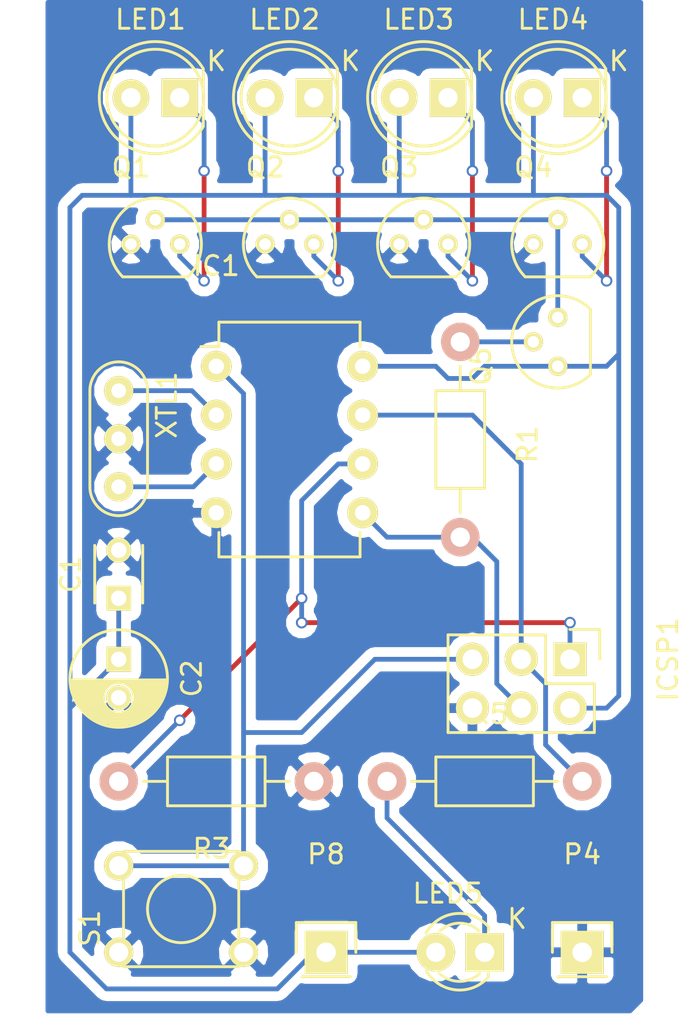
<source format=kicad_pcb>
(kicad_pcb (version 4) (host pcbnew 4.0.2-stable)

  (general
    (links 43)
    (no_connects 0)
    (area 147.974524 69.106 183.875 122.62)
    (thickness 1.6)
    (drawings 0)
    (tracks 102)
    (zones 0)
    (modules 21)
    (nets 16)
  )

  (page A4)
  (layers
    (0 F.Cu signal)
    (31 B.Cu signal)
    (32 B.Adhes user)
    (33 F.Adhes user)
    (34 B.Paste user)
    (35 F.Paste user)
    (36 B.SilkS user)
    (37 F.SilkS user)
    (38 B.Mask user)
    (39 F.Mask user)
    (40 Dwgs.User user)
    (41 Cmts.User user)
    (42 Eco1.User user)
    (43 Eco2.User user)
    (44 Edge.Cuts user)
    (45 Margin user)
    (46 B.CrtYd user)
    (47 F.CrtYd user)
    (48 B.Fab user)
    (49 F.Fab user)
  )

  (setup
    (last_trace_width 0.25)
    (trace_clearance 0.2)
    (zone_clearance 0.508)
    (zone_45_only yes)
    (trace_min 0.2)
    (segment_width 0.2)
    (edge_width 0.15)
    (via_size 0.6)
    (via_drill 0.4)
    (via_min_size 0.4)
    (via_min_drill 0.3)
    (uvia_size 0.3)
    (uvia_drill 0.1)
    (uvias_allowed no)
    (uvia_min_size 0.2)
    (uvia_min_drill 0.1)
    (pcb_text_width 0.3)
    (pcb_text_size 1.5 1.5)
    (mod_edge_width 0.15)
    (mod_text_size 1 1)
    (mod_text_width 0.15)
    (pad_size 1.524 1.524)
    (pad_drill 0.762)
    (pad_to_mask_clearance 0.2)
    (aux_axis_origin 0 0)
    (visible_elements 7FFEFFFF)
    (pcbplotparams
      (layerselection 0x00030_80000001)
      (usegerberextensions false)
      (excludeedgelayer true)
      (linewidth 0.100000)
      (plotframeref false)
      (viasonmask false)
      (mode 1)
      (useauxorigin false)
      (hpglpennumber 1)
      (hpglpenspeed 20)
      (hpglpendiameter 15)
      (hpglpenoverlay 2)
      (psnegative false)
      (psa4output false)
      (plotreference true)
      (plotvalue true)
      (plotinvisibletext false)
      (padsonsilk false)
      (subtractmaskfromsilk false)
      (outputformat 1)
      (mirror false)
      (drillshape 1)
      (scaleselection 1)
      (outputdirectory ""))
  )

  (net 0 "")
  (net 1 VCC)
  (net 2 GND)
  (net 3 PB5)
  (net 4 PB3)
  (net 5 PB4)
  (net 6 PB0)
  (net 7 PB1)
  (net 8 PB2)
  (net 9 "Net-(LED1-Pad1)")
  (net 10 "Net-(LED2-Pad1)")
  (net 11 "Net-(LED3-Pad1)")
  (net 12 "Net-(LED4-Pad1)")
  (net 13 "Net-(LED5-Pad1)")
  (net 14 4xQ)
  (net 15 "Net-(Q5-Pad2)")

  (net_class Default "This is the default net class."
    (clearance 0.2)
    (trace_width 0.25)
    (via_dia 0.6)
    (via_drill 0.4)
    (uvia_dia 0.3)
    (uvia_drill 0.1)
    (add_net 4xQ)
    (add_net GND)
    (add_net "Net-(LED1-Pad1)")
    (add_net "Net-(LED2-Pad1)")
    (add_net "Net-(LED3-Pad1)")
    (add_net "Net-(LED4-Pad1)")
    (add_net "Net-(LED5-Pad1)")
    (add_net "Net-(Q5-Pad2)")
    (add_net PB0)
    (add_net PB1)
    (add_net PB2)
    (add_net PB3)
    (add_net PB4)
    (add_net PB5)
    (add_net VCC)
  )

  (module Capacitors_ThroughHole:C_Disc_D3_P2.5 (layer F.Cu) (tedit 0) (tstamp 57584DD7)
    (at 154.305 100.33 90)
    (descr "Capacitor 3mm Disc, Pitch 2.5mm")
    (tags Capacitor)
    (path /5757FD29)
    (fp_text reference C1 (at 1.25 -2.5 90) (layer F.SilkS)
      (effects (font (size 1 1) (thickness 0.15)))
    )
    (fp_text value 399-4151-ND (at 1.25 2.5 90) (layer F.Fab)
      (effects (font (size 1 1) (thickness 0.15)))
    )
    (fp_line (start -0.9 -1.5) (end 3.4 -1.5) (layer F.CrtYd) (width 0.05))
    (fp_line (start 3.4 -1.5) (end 3.4 1.5) (layer F.CrtYd) (width 0.05))
    (fp_line (start 3.4 1.5) (end -0.9 1.5) (layer F.CrtYd) (width 0.05))
    (fp_line (start -0.9 1.5) (end -0.9 -1.5) (layer F.CrtYd) (width 0.05))
    (fp_line (start -0.25 -1.25) (end 2.75 -1.25) (layer F.SilkS) (width 0.15))
    (fp_line (start 2.75 1.25) (end -0.25 1.25) (layer F.SilkS) (width 0.15))
    (pad 1 thru_hole rect (at 0 0 90) (size 1.3 1.3) (drill 0.8) (layers *.Cu *.Mask F.SilkS)
      (net 1 VCC))
    (pad 2 thru_hole circle (at 2.5 0 90) (size 1.3 1.3) (drill 0.8001) (layers *.Cu *.Mask F.SilkS)
      (net 2 GND))
    (model Capacitors_ThroughHole.3dshapes/C_Disc_D3_P2.5.wrl
      (at (xyz 0.0492126 0 0))
      (scale (xyz 1 1 1))
      (rotate (xyz 0 0 0))
    )
  )

  (module Capacitors_ThroughHole:C_Radial_D5_L11_P2 (layer F.Cu) (tedit 0) (tstamp 57584DDD)
    (at 154.305 103.505 270)
    (descr "Radial Electrolytic Capacitor 5mm x Length 11mm, Pitch 2mm")
    (tags "Electrolytic Capacitor")
    (path /5757FCDE)
    (fp_text reference C2 (at 1 -3.8 270) (layer F.SilkS)
      (effects (font (size 1 1) (thickness 0.15)))
    )
    (fp_text value 493-1004-ND (at 1 3.8 270) (layer F.Fab)
      (effects (font (size 1 1) (thickness 0.15)))
    )
    (fp_line (start 1.075 -2.499) (end 1.075 2.499) (layer F.SilkS) (width 0.15))
    (fp_line (start 1.215 -2.491) (end 1.215 -0.154) (layer F.SilkS) (width 0.15))
    (fp_line (start 1.215 0.154) (end 1.215 2.491) (layer F.SilkS) (width 0.15))
    (fp_line (start 1.355 -2.475) (end 1.355 -0.473) (layer F.SilkS) (width 0.15))
    (fp_line (start 1.355 0.473) (end 1.355 2.475) (layer F.SilkS) (width 0.15))
    (fp_line (start 1.495 -2.451) (end 1.495 -0.62) (layer F.SilkS) (width 0.15))
    (fp_line (start 1.495 0.62) (end 1.495 2.451) (layer F.SilkS) (width 0.15))
    (fp_line (start 1.635 -2.418) (end 1.635 -0.712) (layer F.SilkS) (width 0.15))
    (fp_line (start 1.635 0.712) (end 1.635 2.418) (layer F.SilkS) (width 0.15))
    (fp_line (start 1.775 -2.377) (end 1.775 -0.768) (layer F.SilkS) (width 0.15))
    (fp_line (start 1.775 0.768) (end 1.775 2.377) (layer F.SilkS) (width 0.15))
    (fp_line (start 1.915 -2.327) (end 1.915 -0.795) (layer F.SilkS) (width 0.15))
    (fp_line (start 1.915 0.795) (end 1.915 2.327) (layer F.SilkS) (width 0.15))
    (fp_line (start 2.055 -2.266) (end 2.055 -0.798) (layer F.SilkS) (width 0.15))
    (fp_line (start 2.055 0.798) (end 2.055 2.266) (layer F.SilkS) (width 0.15))
    (fp_line (start 2.195 -2.196) (end 2.195 -0.776) (layer F.SilkS) (width 0.15))
    (fp_line (start 2.195 0.776) (end 2.195 2.196) (layer F.SilkS) (width 0.15))
    (fp_line (start 2.335 -2.114) (end 2.335 -0.726) (layer F.SilkS) (width 0.15))
    (fp_line (start 2.335 0.726) (end 2.335 2.114) (layer F.SilkS) (width 0.15))
    (fp_line (start 2.475 -2.019) (end 2.475 -0.644) (layer F.SilkS) (width 0.15))
    (fp_line (start 2.475 0.644) (end 2.475 2.019) (layer F.SilkS) (width 0.15))
    (fp_line (start 2.615 -1.908) (end 2.615 -0.512) (layer F.SilkS) (width 0.15))
    (fp_line (start 2.615 0.512) (end 2.615 1.908) (layer F.SilkS) (width 0.15))
    (fp_line (start 2.755 -1.78) (end 2.755 -0.265) (layer F.SilkS) (width 0.15))
    (fp_line (start 2.755 0.265) (end 2.755 1.78) (layer F.SilkS) (width 0.15))
    (fp_line (start 2.895 -1.631) (end 2.895 1.631) (layer F.SilkS) (width 0.15))
    (fp_line (start 3.035 -1.452) (end 3.035 1.452) (layer F.SilkS) (width 0.15))
    (fp_line (start 3.175 -1.233) (end 3.175 1.233) (layer F.SilkS) (width 0.15))
    (fp_line (start 3.315 -0.944) (end 3.315 0.944) (layer F.SilkS) (width 0.15))
    (fp_line (start 3.455 -0.472) (end 3.455 0.472) (layer F.SilkS) (width 0.15))
    (fp_circle (center 2 0) (end 2 -0.8) (layer F.SilkS) (width 0.15))
    (fp_circle (center 1 0) (end 1 -2.5375) (layer F.SilkS) (width 0.15))
    (fp_circle (center 1 0) (end 1 -2.8) (layer F.CrtYd) (width 0.05))
    (pad 1 thru_hole rect (at 0 0 270) (size 1.3 1.3) (drill 0.8) (layers *.Cu *.Mask F.SilkS)
      (net 1 VCC))
    (pad 2 thru_hole circle (at 2 0 270) (size 1.3 1.3) (drill 0.8) (layers *.Cu *.Mask F.SilkS)
      (net 2 GND))
    (model Capacitors_ThroughHole.3dshapes/C_Radial_D5_L11_P2.wrl
      (at (xyz 0 0 0))
      (scale (xyz 1 1 1))
      (rotate (xyz 0 0 0))
    )
  )

  (module Housings_DIP:DIP-8_W7.62mm (layer F.Cu) (tedit 54130A77) (tstamp 57584DE9)
    (at 159.385 88.265)
    (descr "8-lead dip package, row spacing 7.62 mm (300 mils)")
    (tags "dil dip 2.54 300")
    (path /5757DE52)
    (fp_text reference IC1 (at 0 -5.22) (layer F.SilkS)
      (effects (font (size 1 1) (thickness 0.15)))
    )
    (fp_text value ATTINY85V-10PU-ND (at 0 -3.72) (layer F.Fab)
      (effects (font (size 1 1) (thickness 0.15)))
    )
    (fp_line (start -1.05 -2.45) (end -1.05 10.1) (layer F.CrtYd) (width 0.05))
    (fp_line (start 8.65 -2.45) (end 8.65 10.1) (layer F.CrtYd) (width 0.05))
    (fp_line (start -1.05 -2.45) (end 8.65 -2.45) (layer F.CrtYd) (width 0.05))
    (fp_line (start -1.05 10.1) (end 8.65 10.1) (layer F.CrtYd) (width 0.05))
    (fp_line (start 0.135 -2.295) (end 0.135 -1.025) (layer F.SilkS) (width 0.15))
    (fp_line (start 7.485 -2.295) (end 7.485 -1.025) (layer F.SilkS) (width 0.15))
    (fp_line (start 7.485 9.915) (end 7.485 8.645) (layer F.SilkS) (width 0.15))
    (fp_line (start 0.135 9.915) (end 0.135 8.645) (layer F.SilkS) (width 0.15))
    (fp_line (start 0.135 -2.295) (end 7.485 -2.295) (layer F.SilkS) (width 0.15))
    (fp_line (start 0.135 9.915) (end 7.485 9.915) (layer F.SilkS) (width 0.15))
    (fp_line (start 0.135 -1.025) (end -0.8 -1.025) (layer F.SilkS) (width 0.15))
    (pad 1 thru_hole oval (at 0 0) (size 1.6 1.6) (drill 0.8) (layers *.Cu *.Mask F.SilkS)
      (net 3 PB5))
    (pad 2 thru_hole oval (at 0 2.54) (size 1.6 1.6) (drill 0.8) (layers *.Cu *.Mask F.SilkS)
      (net 4 PB3))
    (pad 3 thru_hole oval (at 0 5.08) (size 1.6 1.6) (drill 0.8) (layers *.Cu *.Mask F.SilkS)
      (net 5 PB4))
    (pad 4 thru_hole oval (at 0 7.62) (size 1.6 1.6) (drill 0.8) (layers *.Cu *.Mask F.SilkS)
      (net 2 GND))
    (pad 5 thru_hole oval (at 7.62 7.62) (size 1.6 1.6) (drill 0.8) (layers *.Cu *.Mask F.SilkS)
      (net 6 PB0))
    (pad 6 thru_hole oval (at 7.62 5.08) (size 1.6 1.6) (drill 0.8) (layers *.Cu *.Mask F.SilkS)
      (net 7 PB1))
    (pad 7 thru_hole oval (at 7.62 2.54) (size 1.6 1.6) (drill 0.8) (layers *.Cu *.Mask F.SilkS)
      (net 8 PB2))
    (pad 8 thru_hole oval (at 7.62 0) (size 1.6 1.6) (drill 0.8) (layers *.Cu *.Mask F.SilkS)
      (net 1 VCC))
    (model Housings_DIP.3dshapes/DIP-8_W7.62mm.wrl
      (at (xyz 0 0 0))
      (scale (xyz 1 1 1))
      (rotate (xyz 0 0 0))
    )
  )

  (module LEDs:LED-5MM (layer F.Cu) (tedit 5570F7EA) (tstamp 57584DEF)
    (at 157.48 74.295 180)
    (descr "LED 5mm round vertical")
    (tags "LED 5mm round vertical")
    (path /57582165)
    (fp_text reference LED1 (at 1.524 4.064 180) (layer F.SilkS)
      (effects (font (size 1 1) (thickness 0.15)))
    )
    (fp_text value "1080-1082-ND " (at 1.524 -3.937 180) (layer F.Fab)
      (effects (font (size 1 1) (thickness 0.15)))
    )
    (fp_line (start -1.5 -1.55) (end -1.5 1.55) (layer F.CrtYd) (width 0.05))
    (fp_arc (start 1.3 0) (end -1.5 1.55) (angle -302) (layer F.CrtYd) (width 0.05))
    (fp_arc (start 1.27 0) (end -1.23 -1.5) (angle 297.5) (layer F.SilkS) (width 0.15))
    (fp_line (start -1.23 1.5) (end -1.23 -1.5) (layer F.SilkS) (width 0.15))
    (fp_circle (center 1.27 0) (end 0.97 -2.5) (layer F.SilkS) (width 0.15))
    (fp_text user K (at -1.905 1.905 180) (layer F.SilkS)
      (effects (font (size 1 1) (thickness 0.15)))
    )
    (pad 1 thru_hole rect (at 0 0 270) (size 2 1.9) (drill 1.00076) (layers *.Cu *.Mask F.SilkS)
      (net 9 "Net-(LED1-Pad1)"))
    (pad 2 thru_hole circle (at 2.54 0 180) (size 1.9 1.9) (drill 1.00076) (layers *.Cu *.Mask F.SilkS)
      (net 1 VCC))
    (model LEDs.3dshapes/LED-5MM.wrl
      (at (xyz 0.05 0 0))
      (scale (xyz 1 1 1))
      (rotate (xyz 0 0 90))
    )
  )

  (module LEDs:LED-5MM (layer F.Cu) (tedit 5570F7EA) (tstamp 57584DF5)
    (at 164.465 74.295 180)
    (descr "LED 5mm round vertical")
    (tags "LED 5mm round vertical")
    (path /575824DC)
    (fp_text reference LED2 (at 1.524 4.064 180) (layer F.SilkS)
      (effects (font (size 1 1) (thickness 0.15)))
    )
    (fp_text value "1080-1080-ND " (at 1.524 -3.937 180) (layer F.Fab)
      (effects (font (size 1 1) (thickness 0.15)))
    )
    (fp_line (start -1.5 -1.55) (end -1.5 1.55) (layer F.CrtYd) (width 0.05))
    (fp_arc (start 1.3 0) (end -1.5 1.55) (angle -302) (layer F.CrtYd) (width 0.05))
    (fp_arc (start 1.27 0) (end -1.23 -1.5) (angle 297.5) (layer F.SilkS) (width 0.15))
    (fp_line (start -1.23 1.5) (end -1.23 -1.5) (layer F.SilkS) (width 0.15))
    (fp_circle (center 1.27 0) (end 0.97 -2.5) (layer F.SilkS) (width 0.15))
    (fp_text user K (at -1.905 1.905 180) (layer F.SilkS)
      (effects (font (size 1 1) (thickness 0.15)))
    )
    (pad 1 thru_hole rect (at 0 0 270) (size 2 1.9) (drill 1.00076) (layers *.Cu *.Mask F.SilkS)
      (net 10 "Net-(LED2-Pad1)"))
    (pad 2 thru_hole circle (at 2.54 0 180) (size 1.9 1.9) (drill 1.00076) (layers *.Cu *.Mask F.SilkS)
      (net 1 VCC))
    (model LEDs.3dshapes/LED-5MM.wrl
      (at (xyz 0.05 0 0))
      (scale (xyz 1 1 1))
      (rotate (xyz 0 0 90))
    )
  )

  (module LEDs:LED-5MM (layer F.Cu) (tedit 5570F7EA) (tstamp 57584DFB)
    (at 171.45 74.295 180)
    (descr "LED 5mm round vertical")
    (tags "LED 5mm round vertical")
    (path /575825CB)
    (fp_text reference LED3 (at 1.524 4.064 180) (layer F.SilkS)
      (effects (font (size 1 1) (thickness 0.15)))
    )
    (fp_text value "1080-1080-ND " (at 1.524 -3.937 180) (layer F.Fab)
      (effects (font (size 1 1) (thickness 0.15)))
    )
    (fp_line (start -1.5 -1.55) (end -1.5 1.55) (layer F.CrtYd) (width 0.05))
    (fp_arc (start 1.3 0) (end -1.5 1.55) (angle -302) (layer F.CrtYd) (width 0.05))
    (fp_arc (start 1.27 0) (end -1.23 -1.5) (angle 297.5) (layer F.SilkS) (width 0.15))
    (fp_line (start -1.23 1.5) (end -1.23 -1.5) (layer F.SilkS) (width 0.15))
    (fp_circle (center 1.27 0) (end 0.97 -2.5) (layer F.SilkS) (width 0.15))
    (fp_text user K (at -1.905 1.905 180) (layer F.SilkS)
      (effects (font (size 1 1) (thickness 0.15)))
    )
    (pad 1 thru_hole rect (at 0 0 270) (size 2 1.9) (drill 1.00076) (layers *.Cu *.Mask F.SilkS)
      (net 11 "Net-(LED3-Pad1)"))
    (pad 2 thru_hole circle (at 2.54 0 180) (size 1.9 1.9) (drill 1.00076) (layers *.Cu *.Mask F.SilkS)
      (net 1 VCC))
    (model LEDs.3dshapes/LED-5MM.wrl
      (at (xyz 0.05 0 0))
      (scale (xyz 1 1 1))
      (rotate (xyz 0 0 90))
    )
  )

  (module LEDs:LED-5MM (layer F.Cu) (tedit 5570F7EA) (tstamp 57584E01)
    (at 178.435 74.295 180)
    (descr "LED 5mm round vertical")
    (tags "LED 5mm round vertical")
    (path /57581A41)
    (fp_text reference LED4 (at 1.524 4.064 180) (layer F.SilkS)
      (effects (font (size 1 1) (thickness 0.15)))
    )
    (fp_text value "1080-1082-ND " (at 1.524 -3.937 180) (layer F.Fab)
      (effects (font (size 1 1) (thickness 0.15)))
    )
    (fp_line (start -1.5 -1.55) (end -1.5 1.55) (layer F.CrtYd) (width 0.05))
    (fp_arc (start 1.3 0) (end -1.5 1.55) (angle -302) (layer F.CrtYd) (width 0.05))
    (fp_arc (start 1.27 0) (end -1.23 -1.5) (angle 297.5) (layer F.SilkS) (width 0.15))
    (fp_line (start -1.23 1.5) (end -1.23 -1.5) (layer F.SilkS) (width 0.15))
    (fp_circle (center 1.27 0) (end 0.97 -2.5) (layer F.SilkS) (width 0.15))
    (fp_text user K (at -1.905 1.905 180) (layer F.SilkS)
      (effects (font (size 1 1) (thickness 0.15)))
    )
    (pad 1 thru_hole rect (at 0 0 270) (size 2 1.9) (drill 1.00076) (layers *.Cu *.Mask F.SilkS)
      (net 12 "Net-(LED4-Pad1)"))
    (pad 2 thru_hole circle (at 2.54 0 180) (size 1.9 1.9) (drill 1.00076) (layers *.Cu *.Mask F.SilkS)
      (net 1 VCC))
    (model LEDs.3dshapes/LED-5MM.wrl
      (at (xyz 0.05 0 0))
      (scale (xyz 1 1 1))
      (rotate (xyz 0 0 90))
    )
  )

  (module LEDs:LED-3MM (layer F.Cu) (tedit 559B82F6) (tstamp 57584E07)
    (at 173.355 118.745 180)
    (descr "LED 3mm round vertical")
    (tags "LED  3mm round vertical")
    (path /57583B30)
    (fp_text reference LED5 (at 1.91 3.06 180) (layer F.SilkS)
      (effects (font (size 1 1) (thickness 0.15)))
    )
    (fp_text value 754-1735-ND (at 1.3 -2.9 180) (layer F.Fab)
      (effects (font (size 1 1) (thickness 0.15)))
    )
    (fp_line (start -1.2 2.3) (end 3.8 2.3) (layer F.CrtYd) (width 0.05))
    (fp_line (start 3.8 2.3) (end 3.8 -2.2) (layer F.CrtYd) (width 0.05))
    (fp_line (start 3.8 -2.2) (end -1.2 -2.2) (layer F.CrtYd) (width 0.05))
    (fp_line (start -1.2 -2.2) (end -1.2 2.3) (layer F.CrtYd) (width 0.05))
    (fp_line (start -0.199 1.314) (end -0.199 1.114) (layer F.SilkS) (width 0.15))
    (fp_line (start -0.199 -1.28) (end -0.199 -1.1) (layer F.SilkS) (width 0.15))
    (fp_arc (start 1.301 0.034) (end -0.199 -1.286) (angle 108.5) (layer F.SilkS) (width 0.15))
    (fp_arc (start 1.301 0.034) (end 0.25 -1.1) (angle 85.7) (layer F.SilkS) (width 0.15))
    (fp_arc (start 1.311 0.034) (end 3.051 0.994) (angle 110) (layer F.SilkS) (width 0.15))
    (fp_arc (start 1.301 0.034) (end 2.335 1.094) (angle 87.5) (layer F.SilkS) (width 0.15))
    (fp_text user K (at -1.69 1.74 180) (layer F.SilkS)
      (effects (font (size 1 1) (thickness 0.15)))
    )
    (pad 1 thru_hole rect (at 0 0 270) (size 2 2) (drill 1.00076) (layers *.Cu *.Mask F.SilkS)
      (net 13 "Net-(LED5-Pad1)"))
    (pad 2 thru_hole circle (at 2.54 0 180) (size 2 2) (drill 1.00076) (layers *.Cu *.Mask F.SilkS)
      (net 1 VCC))
    (model LEDs.3dshapes/LED-3MM.wrl
      (at (xyz 0.05 0 0))
      (scale (xyz 1 1 1))
      (rotate (xyz 0 0 90))
    )
  )

  (module TO_SOT_Packages_THT:TO-92_Molded_Narrow (layer F.Cu) (tedit 54F242E1) (tstamp 57584E0E)
    (at 154.94 81.915)
    (descr "TO-92 leads molded, narrow, drill 0.6mm (see NXP sot054_po.pdf)")
    (tags "to-92 sc-43 sc-43a sot54 PA33 transistor")
    (path /5758215F)
    (fp_text reference Q1 (at 0 -4) (layer F.SilkS)
      (effects (font (size 1 1) (thickness 0.15)))
    )
    (fp_text value PN2222ATFCT-ND (at 0 3) (layer F.Fab)
      (effects (font (size 1 1) (thickness 0.15)))
    )
    (fp_line (start -1.4 1.95) (end -1.4 -2.65) (layer F.CrtYd) (width 0.05))
    (fp_line (start -1.4 1.95) (end 3.9 1.95) (layer F.CrtYd) (width 0.05))
    (fp_line (start -0.43 1.7) (end 2.97 1.7) (layer F.SilkS) (width 0.15))
    (fp_arc (start 1.27 0) (end 1.27 -2.4) (angle -135) (layer F.SilkS) (width 0.15))
    (fp_arc (start 1.27 0) (end 1.27 -2.4) (angle 135) (layer F.SilkS) (width 0.15))
    (fp_line (start -1.4 -2.65) (end 3.9 -2.65) (layer F.CrtYd) (width 0.05))
    (fp_line (start 3.9 1.95) (end 3.9 -2.65) (layer F.CrtYd) (width 0.05))
    (pad 2 thru_hole circle (at 1.27 -1.27 90) (size 1.00076 1.00076) (drill 0.6) (layers *.Cu *.Mask F.SilkS)
      (net 14 4xQ))
    (pad 3 thru_hole circle (at 2.54 0 90) (size 1.00076 1.00076) (drill 0.6) (layers *.Cu *.Mask F.SilkS)
      (net 9 "Net-(LED1-Pad1)"))
    (pad 1 thru_hole circle (at 0 0 90) (size 1.00076 1.00076) (drill 0.6) (layers *.Cu *.Mask F.SilkS)
      (net 2 GND))
    (model TO_SOT_Packages_THT.3dshapes/TO-92_Molded_Narrow.wrl
      (at (xyz 0.05 0 0))
      (scale (xyz 1 1 1))
      (rotate (xyz 0 0 -90))
    )
  )

  (module TO_SOT_Packages_THT:TO-92_Molded_Narrow (layer F.Cu) (tedit 54F242E1) (tstamp 57584E15)
    (at 161.925 81.915)
    (descr "TO-92 leads molded, narrow, drill 0.6mm (see NXP sot054_po.pdf)")
    (tags "to-92 sc-43 sc-43a sot54 PA33 transistor")
    (path /575824D6)
    (fp_text reference Q2 (at 0 -4) (layer F.SilkS)
      (effects (font (size 1 1) (thickness 0.15)))
    )
    (fp_text value PN2222ATFCT-ND (at 0 3) (layer F.Fab)
      (effects (font (size 1 1) (thickness 0.15)))
    )
    (fp_line (start -1.4 1.95) (end -1.4 -2.65) (layer F.CrtYd) (width 0.05))
    (fp_line (start -1.4 1.95) (end 3.9 1.95) (layer F.CrtYd) (width 0.05))
    (fp_line (start -0.43 1.7) (end 2.97 1.7) (layer F.SilkS) (width 0.15))
    (fp_arc (start 1.27 0) (end 1.27 -2.4) (angle -135) (layer F.SilkS) (width 0.15))
    (fp_arc (start 1.27 0) (end 1.27 -2.4) (angle 135) (layer F.SilkS) (width 0.15))
    (fp_line (start -1.4 -2.65) (end 3.9 -2.65) (layer F.CrtYd) (width 0.05))
    (fp_line (start 3.9 1.95) (end 3.9 -2.65) (layer F.CrtYd) (width 0.05))
    (pad 2 thru_hole circle (at 1.27 -1.27 90) (size 1.00076 1.00076) (drill 0.6) (layers *.Cu *.Mask F.SilkS)
      (net 14 4xQ))
    (pad 3 thru_hole circle (at 2.54 0 90) (size 1.00076 1.00076) (drill 0.6) (layers *.Cu *.Mask F.SilkS)
      (net 10 "Net-(LED2-Pad1)"))
    (pad 1 thru_hole circle (at 0 0 90) (size 1.00076 1.00076) (drill 0.6) (layers *.Cu *.Mask F.SilkS)
      (net 2 GND))
    (model TO_SOT_Packages_THT.3dshapes/TO-92_Molded_Narrow.wrl
      (at (xyz 0.05 0 0))
      (scale (xyz 1 1 1))
      (rotate (xyz 0 0 -90))
    )
  )

  (module TO_SOT_Packages_THT:TO-92_Molded_Narrow (layer F.Cu) (tedit 54F242E1) (tstamp 57584E1C)
    (at 168.91 81.915)
    (descr "TO-92 leads molded, narrow, drill 0.6mm (see NXP sot054_po.pdf)")
    (tags "to-92 sc-43 sc-43a sot54 PA33 transistor")
    (path /575825C5)
    (fp_text reference Q3 (at 0 -4) (layer F.SilkS)
      (effects (font (size 1 1) (thickness 0.15)))
    )
    (fp_text value PN2222ATFCT-ND (at 0 3) (layer F.Fab)
      (effects (font (size 1 1) (thickness 0.15)))
    )
    (fp_line (start -1.4 1.95) (end -1.4 -2.65) (layer F.CrtYd) (width 0.05))
    (fp_line (start -1.4 1.95) (end 3.9 1.95) (layer F.CrtYd) (width 0.05))
    (fp_line (start -0.43 1.7) (end 2.97 1.7) (layer F.SilkS) (width 0.15))
    (fp_arc (start 1.27 0) (end 1.27 -2.4) (angle -135) (layer F.SilkS) (width 0.15))
    (fp_arc (start 1.27 0) (end 1.27 -2.4) (angle 135) (layer F.SilkS) (width 0.15))
    (fp_line (start -1.4 -2.65) (end 3.9 -2.65) (layer F.CrtYd) (width 0.05))
    (fp_line (start 3.9 1.95) (end 3.9 -2.65) (layer F.CrtYd) (width 0.05))
    (pad 2 thru_hole circle (at 1.27 -1.27 90) (size 1.00076 1.00076) (drill 0.6) (layers *.Cu *.Mask F.SilkS)
      (net 14 4xQ))
    (pad 3 thru_hole circle (at 2.54 0 90) (size 1.00076 1.00076) (drill 0.6) (layers *.Cu *.Mask F.SilkS)
      (net 11 "Net-(LED3-Pad1)"))
    (pad 1 thru_hole circle (at 0 0 90) (size 1.00076 1.00076) (drill 0.6) (layers *.Cu *.Mask F.SilkS)
      (net 2 GND))
    (model TO_SOT_Packages_THT.3dshapes/TO-92_Molded_Narrow.wrl
      (at (xyz 0.05 0 0))
      (scale (xyz 1 1 1))
      (rotate (xyz 0 0 -90))
    )
  )

  (module TO_SOT_Packages_THT:TO-92_Molded_Narrow (layer F.Cu) (tedit 54F242E1) (tstamp 57584E23)
    (at 175.895 81.915)
    (descr "TO-92 leads molded, narrow, drill 0.6mm (see NXP sot054_po.pdf)")
    (tags "to-92 sc-43 sc-43a sot54 PA33 transistor")
    (path /575819B0)
    (fp_text reference Q4 (at 0 -4) (layer F.SilkS)
      (effects (font (size 1 1) (thickness 0.15)))
    )
    (fp_text value PN2222ATFCT-ND (at 0 3) (layer F.Fab)
      (effects (font (size 1 1) (thickness 0.15)))
    )
    (fp_line (start -1.4 1.95) (end -1.4 -2.65) (layer F.CrtYd) (width 0.05))
    (fp_line (start -1.4 1.95) (end 3.9 1.95) (layer F.CrtYd) (width 0.05))
    (fp_line (start -0.43 1.7) (end 2.97 1.7) (layer F.SilkS) (width 0.15))
    (fp_arc (start 1.27 0) (end 1.27 -2.4) (angle -135) (layer F.SilkS) (width 0.15))
    (fp_arc (start 1.27 0) (end 1.27 -2.4) (angle 135) (layer F.SilkS) (width 0.15))
    (fp_line (start -1.4 -2.65) (end 3.9 -2.65) (layer F.CrtYd) (width 0.05))
    (fp_line (start 3.9 1.95) (end 3.9 -2.65) (layer F.CrtYd) (width 0.05))
    (pad 2 thru_hole circle (at 1.27 -1.27 90) (size 1.00076 1.00076) (drill 0.6) (layers *.Cu *.Mask F.SilkS)
      (net 14 4xQ))
    (pad 3 thru_hole circle (at 2.54 0 90) (size 1.00076 1.00076) (drill 0.6) (layers *.Cu *.Mask F.SilkS)
      (net 12 "Net-(LED4-Pad1)"))
    (pad 1 thru_hole circle (at 0 0 90) (size 1.00076 1.00076) (drill 0.6) (layers *.Cu *.Mask F.SilkS)
      (net 2 GND))
    (model TO_SOT_Packages_THT.3dshapes/TO-92_Molded_Narrow.wrl
      (at (xyz 0.05 0 0))
      (scale (xyz 1 1 1))
      (rotate (xyz 0 0 -90))
    )
  )

  (module TO_SOT_Packages_THT:TO-92_Molded_Narrow (layer F.Cu) (tedit 54F242E1) (tstamp 57584E2A)
    (at 177.165 88.265 90)
    (descr "TO-92 leads molded, narrow, drill 0.6mm (see NXP sot054_po.pdf)")
    (tags "to-92 sc-43 sc-43a sot54 PA33 transistor")
    (path /57580AE2)
    (fp_text reference Q5 (at 0 -4 90) (layer F.SilkS)
      (effects (font (size 1 1) (thickness 0.15)))
    )
    (fp_text value PN2907-ND (at 0 3 90) (layer F.Fab)
      (effects (font (size 1 1) (thickness 0.15)))
    )
    (fp_line (start -1.4 1.95) (end -1.4 -2.65) (layer F.CrtYd) (width 0.05))
    (fp_line (start -1.4 1.95) (end 3.9 1.95) (layer F.CrtYd) (width 0.05))
    (fp_line (start -0.43 1.7) (end 2.97 1.7) (layer F.SilkS) (width 0.15))
    (fp_arc (start 1.27 0) (end 1.27 -2.4) (angle -135) (layer F.SilkS) (width 0.15))
    (fp_arc (start 1.27 0) (end 1.27 -2.4) (angle 135) (layer F.SilkS) (width 0.15))
    (fp_line (start -1.4 -2.65) (end 3.9 -2.65) (layer F.CrtYd) (width 0.05))
    (fp_line (start 3.9 1.95) (end 3.9 -2.65) (layer F.CrtYd) (width 0.05))
    (pad 2 thru_hole circle (at 1.27 -1.27 180) (size 1.00076 1.00076) (drill 0.6) (layers *.Cu *.Mask F.SilkS)
      (net 15 "Net-(Q5-Pad2)"))
    (pad 3 thru_hole circle (at 2.54 0 180) (size 1.00076 1.00076) (drill 0.6) (layers *.Cu *.Mask F.SilkS)
      (net 14 4xQ))
    (pad 1 thru_hole circle (at 0 0 180) (size 1.00076 1.00076) (drill 0.6) (layers *.Cu *.Mask F.SilkS)
      (net 1 VCC))
    (model TO_SOT_Packages_THT.3dshapes/TO-92_Molded_Narrow.wrl
      (at (xyz 0.05 0 0))
      (scale (xyz 1 1 1))
      (rotate (xyz 0 0 -90))
    )
  )

  (module Resistors_ThroughHole:Resistor_Horizontal_RM10mm (layer F.Cu) (tedit 56648415) (tstamp 57584E30)
    (at 172.085 86.995 270)
    (descr "Resistor, Axial,  RM 10mm, 1/3W")
    (tags "Resistor Axial RM 10mm 1/3W")
    (path /5758072A)
    (fp_text reference R1 (at 5.32892 -3.50012 270) (layer F.SilkS)
      (effects (font (size 1 1) (thickness 0.15)))
    )
    (fp_text value 1K (at 5.08 3.81 270) (layer F.Fab)
      (effects (font (size 1 1) (thickness 0.15)))
    )
    (fp_line (start -1.25 -1.5) (end 11.4 -1.5) (layer F.CrtYd) (width 0.05))
    (fp_line (start -1.25 1.5) (end -1.25 -1.5) (layer F.CrtYd) (width 0.05))
    (fp_line (start 11.4 -1.5) (end 11.4 1.5) (layer F.CrtYd) (width 0.05))
    (fp_line (start -1.25 1.5) (end 11.4 1.5) (layer F.CrtYd) (width 0.05))
    (fp_line (start 2.54 -1.27) (end 7.62 -1.27) (layer F.SilkS) (width 0.15))
    (fp_line (start 7.62 -1.27) (end 7.62 1.27) (layer F.SilkS) (width 0.15))
    (fp_line (start 7.62 1.27) (end 2.54 1.27) (layer F.SilkS) (width 0.15))
    (fp_line (start 2.54 1.27) (end 2.54 -1.27) (layer F.SilkS) (width 0.15))
    (fp_line (start 2.54 0) (end 1.27 0) (layer F.SilkS) (width 0.15))
    (fp_line (start 7.62 0) (end 8.89 0) (layer F.SilkS) (width 0.15))
    (pad 1 thru_hole circle (at 0 0 270) (size 1.99898 1.99898) (drill 1.00076) (layers *.Cu *.SilkS *.Mask)
      (net 15 "Net-(Q5-Pad2)"))
    (pad 2 thru_hole circle (at 10.16 0 270) (size 1.99898 1.99898) (drill 1.00076) (layers *.Cu *.SilkS *.Mask)
      (net 6 PB0))
    (model Resistors_ThroughHole.3dshapes/Resistor_Horizontal_RM10mm.wrl
      (at (xyz 0.2 0 0))
      (scale (xyz 0.4 0.4 0.4))
      (rotate (xyz 0 0 0))
    )
  )

  (module Resistors_ThroughHole:Resistor_Horizontal_RM10mm (layer F.Cu) (tedit 56648415) (tstamp 57584E36)
    (at 164.465 109.855 180)
    (descr "Resistor, Axial,  RM 10mm, 1/3W")
    (tags "Resistor Axial RM 10mm 1/3W")
    (path /5758897B)
    (fp_text reference R3 (at 5.32892 -3.50012 180) (layer F.SilkS)
      (effects (font (size 1 1) (thickness 0.15)))
    )
    (fp_text value 10K (at 5.08 3.81 180) (layer F.Fab)
      (effects (font (size 1 1) (thickness 0.15)))
    )
    (fp_line (start -1.25 -1.5) (end 11.4 -1.5) (layer F.CrtYd) (width 0.05))
    (fp_line (start -1.25 1.5) (end -1.25 -1.5) (layer F.CrtYd) (width 0.05))
    (fp_line (start 11.4 -1.5) (end 11.4 1.5) (layer F.CrtYd) (width 0.05))
    (fp_line (start -1.25 1.5) (end 11.4 1.5) (layer F.CrtYd) (width 0.05))
    (fp_line (start 2.54 -1.27) (end 7.62 -1.27) (layer F.SilkS) (width 0.15))
    (fp_line (start 7.62 -1.27) (end 7.62 1.27) (layer F.SilkS) (width 0.15))
    (fp_line (start 7.62 1.27) (end 2.54 1.27) (layer F.SilkS) (width 0.15))
    (fp_line (start 2.54 1.27) (end 2.54 -1.27) (layer F.SilkS) (width 0.15))
    (fp_line (start 2.54 0) (end 1.27 0) (layer F.SilkS) (width 0.15))
    (fp_line (start 7.62 0) (end 8.89 0) (layer F.SilkS) (width 0.15))
    (pad 1 thru_hole circle (at 0 0 180) (size 1.99898 1.99898) (drill 1.00076) (layers *.Cu *.SilkS *.Mask)
      (net 2 GND))
    (pad 2 thru_hole circle (at 10.16 0 180) (size 1.99898 1.99898) (drill 1.00076) (layers *.Cu *.SilkS *.Mask)
      (net 7 PB1))
    (model Resistors_ThroughHole.3dshapes/Resistor_Horizontal_RM10mm.wrl
      (at (xyz 0.2 0 0))
      (scale (xyz 0.4 0.4 0.4))
      (rotate (xyz 0 0 0))
    )
  )

  (module Resistors_ThroughHole:Resistor_Horizontal_RM10mm (layer F.Cu) (tedit 56648415) (tstamp 57584E3C)
    (at 168.275 109.855)
    (descr "Resistor, Axial,  RM 10mm, 1/3W")
    (tags "Resistor Axial RM 10mm 1/3W")
    (path /57583A9E)
    (fp_text reference R5 (at 5.32892 -3.50012) (layer F.SilkS)
      (effects (font (size 1 1) (thickness 0.15)))
    )
    (fp_text value 1K (at 5.08 3.81) (layer F.Fab)
      (effects (font (size 1 1) (thickness 0.15)))
    )
    (fp_line (start -1.25 -1.5) (end 11.4 -1.5) (layer F.CrtYd) (width 0.05))
    (fp_line (start -1.25 1.5) (end -1.25 -1.5) (layer F.CrtYd) (width 0.05))
    (fp_line (start 11.4 -1.5) (end 11.4 1.5) (layer F.CrtYd) (width 0.05))
    (fp_line (start -1.25 1.5) (end 11.4 1.5) (layer F.CrtYd) (width 0.05))
    (fp_line (start 2.54 -1.27) (end 7.62 -1.27) (layer F.SilkS) (width 0.15))
    (fp_line (start 7.62 -1.27) (end 7.62 1.27) (layer F.SilkS) (width 0.15))
    (fp_line (start 7.62 1.27) (end 2.54 1.27) (layer F.SilkS) (width 0.15))
    (fp_line (start 2.54 1.27) (end 2.54 -1.27) (layer F.SilkS) (width 0.15))
    (fp_line (start 2.54 0) (end 1.27 0) (layer F.SilkS) (width 0.15))
    (fp_line (start 7.62 0) (end 8.89 0) (layer F.SilkS) (width 0.15))
    (pad 1 thru_hole circle (at 0 0) (size 1.99898 1.99898) (drill 1.00076) (layers *.Cu *.SilkS *.Mask)
      (net 13 "Net-(LED5-Pad1)"))
    (pad 2 thru_hole circle (at 10.16 0) (size 1.99898 1.99898) (drill 1.00076) (layers *.Cu *.SilkS *.Mask)
      (net 8 PB2))
    (model Resistors_ThroughHole.3dshapes/Resistor_Horizontal_RM10mm.wrl
      (at (xyz 0.2 0 0))
      (scale (xyz 0.4 0.4 0.4))
      (rotate (xyz 0 0 0))
    )
  )

  (module Pin_Headers:Pin_Header_Straight_2x03 (layer F.Cu) (tedit 54EA0A4B) (tstamp 57585274)
    (at 177.8 103.505 270)
    (descr "Through hole pin header")
    (tags "pin header")
    (path /5757F402)
    (fp_text reference ICSP1 (at 0 -5.1 270) (layer F.SilkS)
      (effects (font (size 1 1) (thickness 0.15)))
    )
    (fp_text value CONN_02X03 (at 0 -3.1 270) (layer F.Fab)
      (effects (font (size 1 1) (thickness 0.15)))
    )
    (fp_line (start -1.27 1.27) (end -1.27 6.35) (layer F.SilkS) (width 0.15))
    (fp_line (start -1.55 -1.55) (end 0 -1.55) (layer F.SilkS) (width 0.15))
    (fp_line (start -1.75 -1.75) (end -1.75 6.85) (layer F.CrtYd) (width 0.05))
    (fp_line (start 4.3 -1.75) (end 4.3 6.85) (layer F.CrtYd) (width 0.05))
    (fp_line (start -1.75 -1.75) (end 4.3 -1.75) (layer F.CrtYd) (width 0.05))
    (fp_line (start -1.75 6.85) (end 4.3 6.85) (layer F.CrtYd) (width 0.05))
    (fp_line (start 1.27 -1.27) (end 1.27 1.27) (layer F.SilkS) (width 0.15))
    (fp_line (start 1.27 1.27) (end -1.27 1.27) (layer F.SilkS) (width 0.15))
    (fp_line (start -1.27 6.35) (end 3.81 6.35) (layer F.SilkS) (width 0.15))
    (fp_line (start 3.81 6.35) (end 3.81 1.27) (layer F.SilkS) (width 0.15))
    (fp_line (start -1.55 -1.55) (end -1.55 0) (layer F.SilkS) (width 0.15))
    (fp_line (start 3.81 -1.27) (end 1.27 -1.27) (layer F.SilkS) (width 0.15))
    (fp_line (start 3.81 1.27) (end 3.81 -1.27) (layer F.SilkS) (width 0.15))
    (pad 1 thru_hole rect (at 0 0 270) (size 1.7272 1.7272) (drill 1.016) (layers *.Cu *.Mask F.SilkS)
      (net 7 PB1))
    (pad 2 thru_hole oval (at 2.54 0 270) (size 1.7272 1.7272) (drill 1.016) (layers *.Cu *.Mask F.SilkS)
      (net 1 VCC))
    (pad 3 thru_hole oval (at 0 2.54 270) (size 1.7272 1.7272) (drill 1.016) (layers *.Cu *.Mask F.SilkS)
      (net 8 PB2))
    (pad 4 thru_hole oval (at 2.54 2.54 270) (size 1.7272 1.7272) (drill 1.016) (layers *.Cu *.Mask F.SilkS)
      (net 6 PB0))
    (pad 5 thru_hole oval (at 0 5.08 270) (size 1.7272 1.7272) (drill 1.016) (layers *.Cu *.Mask F.SilkS)
      (net 3 PB5))
    (pad 6 thru_hole oval (at 2.54 5.08 270) (size 1.7272 1.7272) (drill 1.016) (layers *.Cu *.Mask F.SilkS)
      (net 2 GND))
    (model Pin_Headers.3dshapes/Pin_Header_Straight_2x03.wrl
      (at (xyz 0.05 -0.1 0))
      (scale (xyz 1 1 1))
      (rotate (xyz 0 0 90))
    )
  )

  (module Pin_Headers:Pin_Header_Straight_1x01 (layer F.Cu) (tedit 54EA08DC) (tstamp 57585279)
    (at 178.435 118.745)
    (descr "Through hole pin header")
    (tags "pin header")
    (path /5757F8D2)
    (fp_text reference P4 (at 0 -5.1) (layer F.SilkS)
      (effects (font (size 1 1) (thickness 0.15)))
    )
    (fp_text value - (at 0 -3.1) (layer F.Fab)
      (effects (font (size 1 1) (thickness 0.15)))
    )
    (fp_line (start 1.55 -1.55) (end 1.55 0) (layer F.SilkS) (width 0.15))
    (fp_line (start -1.75 -1.75) (end -1.75 1.75) (layer F.CrtYd) (width 0.05))
    (fp_line (start 1.75 -1.75) (end 1.75 1.75) (layer F.CrtYd) (width 0.05))
    (fp_line (start -1.75 -1.75) (end 1.75 -1.75) (layer F.CrtYd) (width 0.05))
    (fp_line (start -1.75 1.75) (end 1.75 1.75) (layer F.CrtYd) (width 0.05))
    (fp_line (start -1.55 0) (end -1.55 -1.55) (layer F.SilkS) (width 0.15))
    (fp_line (start -1.55 -1.55) (end 1.55 -1.55) (layer F.SilkS) (width 0.15))
    (fp_line (start -1.27 1.27) (end 1.27 1.27) (layer F.SilkS) (width 0.15))
    (pad 1 thru_hole rect (at 0 0) (size 2.2352 2.2352) (drill 1.016) (layers *.Cu *.Mask F.SilkS)
      (net 2 GND))
    (model Pin_Headers.3dshapes/Pin_Header_Straight_1x01.wrl
      (at (xyz 0 0 0))
      (scale (xyz 1 1 1))
      (rotate (xyz 0 0 90))
    )
  )

  (module Pin_Headers:Pin_Header_Straight_1x01 (layer F.Cu) (tedit 54EA08DC) (tstamp 5758527E)
    (at 165.1 118.745)
    (descr "Through hole pin header")
    (tags "pin header")
    (path /5757F872)
    (fp_text reference P8 (at 0 -5.1) (layer F.SilkS)
      (effects (font (size 1 1) (thickness 0.15)))
    )
    (fp_text value + (at 0 -3.1) (layer F.Fab)
      (effects (font (size 1 1) (thickness 0.15)))
    )
    (fp_line (start 1.55 -1.55) (end 1.55 0) (layer F.SilkS) (width 0.15))
    (fp_line (start -1.75 -1.75) (end -1.75 1.75) (layer F.CrtYd) (width 0.05))
    (fp_line (start 1.75 -1.75) (end 1.75 1.75) (layer F.CrtYd) (width 0.05))
    (fp_line (start -1.75 -1.75) (end 1.75 -1.75) (layer F.CrtYd) (width 0.05))
    (fp_line (start -1.75 1.75) (end 1.75 1.75) (layer F.CrtYd) (width 0.05))
    (fp_line (start -1.55 0) (end -1.55 -1.55) (layer F.SilkS) (width 0.15))
    (fp_line (start -1.55 -1.55) (end 1.55 -1.55) (layer F.SilkS) (width 0.15))
    (fp_line (start -1.27 1.27) (end 1.27 1.27) (layer F.SilkS) (width 0.15))
    (pad 1 thru_hole rect (at 0 0) (size 2.2352 2.2352) (drill 1.016) (layers *.Cu *.Mask F.SilkS)
      (net 1 VCC))
    (model Pin_Headers.3dshapes/Pin_Header_Straight_1x01.wrl
      (at (xyz 0 0 0))
      (scale (xyz 1 1 1))
      (rotate (xyz 0 0 90))
    )
  )

  (module tvbgone_footprints:TE-Connectivity-Alcoswitch-Switches_1825910-6 (layer F.Cu) (tedit 57585A40) (tstamp 57585E22)
    (at 154.305 118.745 90)
    (path /5758C564)
    (fp_text reference S1 (at 1.25 -1.5 90) (layer F.SilkS)
      (effects (font (size 1 1) (thickness 0.15)))
    )
    (fp_text value 450-1650-ND (at 2.25 8.5 90) (layer F.Fab)
      (effects (font (size 1 1) (thickness 0.15)))
    )
    (fp_line (start -0.75 0.25) (end -0.75 6.25) (layer F.SilkS) (width 0.15))
    (fp_line (start -0.75 6.25) (end 5.25 6.25) (layer F.SilkS) (width 0.15))
    (fp_line (start 5.25 6.25) (end 5.25 0.25) (layer F.SilkS) (width 0.15))
    (fp_line (start 5.25 0.25) (end -0.75 0.25) (layer F.SilkS) (width 0.15))
    (fp_circle (center 2.25 3.25) (end 4 3.25) (layer F.SilkS) (width 0.15))
    (pad 4 thru_hole circle (at 0 6.5 180) (size 1.524 1.524) (drill 0.99) (layers *.Cu *.Mask F.SilkS)
      (net 2 GND))
    (pad 2 thru_hole circle (at 4.5 6.5 180) (size 1.524 1.524) (drill 0.99) (layers *.Cu *.Mask F.SilkS)
      (net 3 PB5))
    (pad 3 thru_hole circle (at 0 0 180) (size 1.524 1.524) (drill 0.99) (layers *.Cu *.Mask F.SilkS)
      (net 2 GND))
    (pad 1 thru_hole circle (at 4.5 0 180) (size 1.524 1.524) (drill 0.99) (layers *.Cu *.Mask F.SilkS)
      (net 3 PB5))
  )

  (module tvbgone_footprints:Murata-Electronics-North-America_CSTLS8M00G53-B0 (layer F.Cu) (tedit 57585BD3) (tstamp 57585E29)
    (at 154.305 89.535 270)
    (path /5757F25F)
    (fp_text reference XTL1 (at 0.75 -2.5 270) (layer F.SilkS)
      (effects (font (size 1 1) (thickness 0.15)))
    )
    (fp_text value 490-1212-ND (at 2.25 2.75 270) (layer F.Fab)
      (effects (font (size 1 1) (thickness 0.15)))
    )
    (fp_line (start 0 1.5) (end 5 1.5) (layer F.SilkS) (width 0.15))
    (fp_line (start 5 -1.5) (end 0 -1.5) (layer F.SilkS) (width 0.15))
    (fp_arc (start 5 0) (end 6.5 0) (angle 90) (layer F.SilkS) (width 0.15))
    (fp_arc (start 5 0) (end 5 -1.5) (angle 90) (layer F.SilkS) (width 0.15))
    (fp_arc (start 0 0) (end 0 1.5) (angle 90) (layer F.SilkS) (width 0.15))
    (fp_arc (start 0 0) (end -1.5 0) (angle 90) (layer F.SilkS) (width 0.15))
    (pad 3 thru_hole circle (at 5 0 270) (size 1.524 1.524) (drill 0.762) (layers *.Cu *.Mask F.SilkS)
      (net 5 PB4))
    (pad 2 thru_hole circle (at 2.5 0 270) (size 1.524 1.524) (drill 0.762) (layers *.Cu *.Mask F.SilkS)
      (net 2 GND))
    (pad 1 thru_hole circle (at 0 0 270) (size 1.524 1.524) (drill 0.762) (layers *.Cu *.Mask F.SilkS)
      (net 4 PB3))
  )

  (segment (start 152.4 79.375) (end 151.765 80.01) (width 0.25) (layer B.Cu) (net 1))
  (segment (start 180.34 87.63) (end 180.34 105.41) (width 0.25) (layer B.Cu) (net 1))
  (segment (start 179.705 106.045) (end 177.8 106.045) (width 0.25) (layer B.Cu) (net 1) (tstamp 57592B55))
  (segment (start 180.34 105.41) (end 179.705 106.045) (width 0.25) (layer B.Cu) (net 1) (tstamp 57592B50))
  (segment (start 170.815 118.745) (end 170.815 119.38) (width 0.25) (layer B.Cu) (net 1))
  (segment (start 177.165 88.265) (end 173.355 88.265) (width 0.25) (layer B.Cu) (net 1))
  (segment (start 170.815 88.265) (end 167.005 88.265) (width 0.25) (layer B.Cu) (net 1) (tstamp 57592902))
  (segment (start 171.45 88.9) (end 170.815 88.265) (width 0.25) (layer B.Cu) (net 1) (tstamp 57592900))
  (segment (start 172.72 88.9) (end 171.45 88.9) (width 0.25) (layer B.Cu) (net 1) (tstamp 575928FF))
  (segment (start 173.355 88.265) (end 172.72 88.9) (width 0.25) (layer B.Cu) (net 1) (tstamp 575928F2))
  (segment (start 175.895 79.375) (end 179.705 79.375) (width 0.25) (layer B.Cu) (net 1))
  (segment (start 179.705 88.265) (end 177.165 88.265) (width 0.25) (layer B.Cu) (net 1) (tstamp 575928ED))
  (segment (start 180.34 87.63) (end 179.705 88.265) (width 0.25) (layer B.Cu) (net 1) (tstamp 575928EB))
  (segment (start 180.34 80.01) (end 180.34 87.63) (width 0.25) (layer B.Cu) (net 1) (tstamp 575928E9))
  (segment (start 179.705 79.375) (end 180.34 80.01) (width 0.25) (layer B.Cu) (net 1) (tstamp 575928E6))
  (segment (start 154.94 79.375) (end 154.94 74.295) (width 0.25) (layer B.Cu) (net 1))
  (segment (start 161.925 79.375) (end 161.925 74.295) (width 0.25) (layer B.Cu) (net 1))
  (segment (start 168.91 79.375) (end 168.91 74.295) (width 0.25) (layer B.Cu) (net 1))
  (segment (start 151.765 106.045) (end 151.765 80.01) (width 0.25) (layer B.Cu) (net 1))
  (segment (start 175.895 79.375) (end 175.895 74.295) (width 0.25) (layer B.Cu) (net 1) (tstamp 5759287C))
  (segment (start 152.4 79.375) (end 154.94 79.375) (width 0.25) (layer B.Cu) (net 1) (tstamp 57593661))
  (segment (start 154.94 79.375) (end 161.925 79.375) (width 0.25) (layer B.Cu) (net 1) (tstamp 5759289B))
  (segment (start 161.925 79.375) (end 168.91 79.375) (width 0.25) (layer B.Cu) (net 1) (tstamp 57592897))
  (segment (start 168.91 79.375) (end 175.895 79.375) (width 0.25) (layer B.Cu) (net 1) (tstamp 5759288F))
  (segment (start 154.305 103.505) (end 154.305 100.33) (width 0.25) (layer B.Cu) (net 1))
  (segment (start 165.1 118.745) (end 164.465 118.745) (width 0.25) (layer B.Cu) (net 1))
  (segment (start 164.465 118.745) (end 162.56 120.65) (width 0.25) (layer B.Cu) (net 1) (tstamp 57592830))
  (segment (start 151.765 106.045) (end 154.305 103.505) (width 0.25) (layer B.Cu) (net 1) (tstamp 57592842))
  (segment (start 151.765 118.745) (end 151.765 106.045) (width 0.25) (layer B.Cu) (net 1) (tstamp 5759283B))
  (segment (start 153.67 120.65) (end 151.765 118.745) (width 0.25) (layer B.Cu) (net 1) (tstamp 57592839))
  (segment (start 162.56 120.65) (end 153.67 120.65) (width 0.25) (layer B.Cu) (net 1) (tstamp 57592835))
  (segment (start 170.815 118.745) (end 165.1 118.745) (width 0.25) (layer B.Cu) (net 1) (status 10))
  (segment (start 160.805 107.315) (end 163.83 107.315) (width 0.25) (layer B.Cu) (net 3))
  (segment (start 167.64 103.505) (end 172.72 103.505) (width 0.25) (layer B.Cu) (net 3) (tstamp 5759295F))
  (segment (start 163.83 107.315) (end 167.64 103.505) (width 0.25) (layer B.Cu) (net 3) (tstamp 57592957))
  (segment (start 160.805 114.245) (end 160.805 107.315) (width 0.25) (layer B.Cu) (net 3))
  (segment (start 160.805 107.315) (end 160.805 89.685) (width 0.25) (layer B.Cu) (net 3) (tstamp 57592955))
  (segment (start 160.805 89.685) (end 159.385 88.265) (width 0.25) (layer B.Cu) (net 3) (tstamp 57592802))
  (segment (start 154.305 114.245) (end 160.655 114.245) (width 0.25) (layer B.Cu) (net 3))
  (segment (start 154.305 89.535) (end 158.115 89.535) (width 0.25) (layer B.Cu) (net 4))
  (segment (start 158.115 89.535) (end 159.385 90.805) (width 0.25) (layer B.Cu) (net 4) (tstamp 575927A8))
  (segment (start 154.305 94.535) (end 158.195 94.535) (width 0.25) (layer B.Cu) (net 5))
  (segment (start 158.195 94.535) (end 159.385 93.345) (width 0.25) (layer B.Cu) (net 5) (tstamp 575927AC))
  (segment (start 175.26 106.045) (end 173.99 104.775) (width 0.25) (layer B.Cu) (net 6))
  (segment (start 173.99 98.425) (end 172.72 97.155) (width 0.25) (layer B.Cu) (net 6) (tstamp 5759298E))
  (segment (start 173.99 104.775) (end 173.99 98.425) (width 0.25) (layer B.Cu) (net 6) (tstamp 57592986))
  (segment (start 172.72 97.155) (end 168.275 97.155) (width 0.25) (layer B.Cu) (net 6) (tstamp 57592991))
  (segment (start 168.275 97.155) (end 167.005 95.885) (width 0.25) (layer B.Cu) (net 6) (tstamp 57592992))
  (segment (start 163.83 100.33) (end 163.83 101.6) (width 0.25) (layer B.Cu) (net 7))
  (segment (start 177.8 101.6) (end 177.8 103.505) (width 0.25) (layer B.Cu) (net 7) (tstamp 575929F6))
  (via (at 177.8 101.6) (size 0.6) (drill 0.4) (layers F.Cu B.Cu) (net 7))
  (segment (start 163.83 101.6) (end 177.8 101.6) (width 0.25) (layer F.Cu) (net 7) (tstamp 575929F3))
  (via (at 163.83 101.6) (size 0.6) (drill 0.4) (layers F.Cu B.Cu) (net 7))
  (segment (start 154.305 109.855) (end 157.48 106.68) (width 0.25) (layer B.Cu) (net 7))
  (segment (start 165.735 93.345) (end 167.005 93.345) (width 0.25) (layer B.Cu) (net 7) (tstamp 5759281F))
  (segment (start 163.83 95.25) (end 165.735 93.345) (width 0.25) (layer B.Cu) (net 7) (tstamp 5759281B))
  (segment (start 163.83 100.33) (end 163.83 95.25) (width 0.25) (layer B.Cu) (net 7) (tstamp 5759281A))
  (via (at 163.83 100.33) (size 0.6) (drill 0.4) (layers F.Cu B.Cu) (net 7))
  (segment (start 157.48 106.68) (end 163.83 100.33) (width 0.25) (layer F.Cu) (net 7) (tstamp 57592813))
  (via (at 157.48 106.68) (size 0.6) (drill 0.4) (layers F.Cu B.Cu) (net 7))
  (segment (start 178.435 109.855) (end 176.53 107.95) (width 0.25) (layer B.Cu) (net 8))
  (segment (start 176.53 104.775) (end 175.26 103.505) (width 0.25) (layer B.Cu) (net 8) (tstamp 575929C5))
  (segment (start 176.53 107.95) (end 176.53 104.775) (width 0.25) (layer B.Cu) (net 8) (tstamp 575929BE))
  (segment (start 175.26 103.505) (end 175.26 93.345) (width 0.25) (layer B.Cu) (net 8))
  (segment (start 172.72 90.805) (end 167.005 90.805) (width 0.25) (layer B.Cu) (net 8) (tstamp 575929A8))
  (segment (start 175.26 93.345) (end 172.72 90.805) (width 0.25) (layer B.Cu) (net 8) (tstamp 5759299F))
  (segment (start 157.48 81.915) (end 157.48 82.55) (width 0.25) (layer B.Cu) (net 9))
  (segment (start 158.75 75.565) (end 157.48 74.295) (width 0.25) (layer B.Cu) (net 9) (tstamp 575927A5))
  (segment (start 158.75 78.105) (end 158.75 75.565) (width 0.25) (layer B.Cu) (net 9) (tstamp 575927A4))
  (via (at 158.75 78.105) (size 0.6) (drill 0.4) (layers F.Cu B.Cu) (net 9))
  (segment (start 158.75 83.82) (end 158.75 78.105) (width 0.25) (layer F.Cu) (net 9) (tstamp 575927A1))
  (via (at 158.75 83.82) (size 0.6) (drill 0.4) (layers F.Cu B.Cu) (net 9))
  (segment (start 157.48 82.55) (end 158.75 83.82) (width 0.25) (layer B.Cu) (net 9) (tstamp 5759279E))
  (segment (start 164.465 81.915) (end 164.465 82.55) (width 0.25) (layer B.Cu) (net 10))
  (segment (start 165.735 75.565) (end 164.465 74.295) (width 0.25) (layer B.Cu) (net 10) (tstamp 5759279B))
  (segment (start 165.735 78.105) (end 165.735 75.565) (width 0.25) (layer B.Cu) (net 10) (tstamp 5759279A))
  (via (at 165.735 78.105) (size 0.6) (drill 0.4) (layers F.Cu B.Cu) (net 10))
  (segment (start 165.735 83.82) (end 165.735 78.105) (width 0.25) (layer F.Cu) (net 10) (tstamp 57592797))
  (via (at 165.735 83.82) (size 0.6) (drill 0.4) (layers F.Cu B.Cu) (net 10))
  (segment (start 164.465 82.55) (end 165.735 83.82) (width 0.25) (layer B.Cu) (net 10) (tstamp 57592795))
  (segment (start 171.45 81.915) (end 171.45 82.55) (width 0.25) (layer B.Cu) (net 11))
  (segment (start 172.72 75.565) (end 171.45 74.295) (width 0.25) (layer B.Cu) (net 11) (tstamp 57592788))
  (segment (start 172.72 78.105) (end 172.72 75.565) (width 0.25) (layer B.Cu) (net 11) (tstamp 57592787))
  (via (at 172.72 78.105) (size 0.6) (drill 0.4) (layers F.Cu B.Cu) (net 11))
  (segment (start 172.72 83.82) (end 172.72 78.105) (width 0.25) (layer F.Cu) (net 11) (tstamp 57592784))
  (via (at 172.72 83.82) (size 0.6) (drill 0.4) (layers F.Cu B.Cu) (net 11))
  (segment (start 171.45 82.55) (end 172.72 83.82) (width 0.25) (layer B.Cu) (net 11) (tstamp 57592781))
  (segment (start 178.435 81.915) (end 178.435 82.55) (width 0.25) (layer B.Cu) (net 12))
  (segment (start 179.705 75.565) (end 178.435 74.295) (width 0.25) (layer B.Cu) (net 12) (tstamp 57592792))
  (segment (start 179.705 78.105) (end 179.705 75.565) (width 0.25) (layer B.Cu) (net 12) (tstamp 57592791))
  (via (at 179.705 78.105) (size 0.6) (drill 0.4) (layers F.Cu B.Cu) (net 12))
  (segment (start 179.705 83.82) (end 179.705 78.105) (width 0.25) (layer F.Cu) (net 12) (tstamp 5759278E))
  (via (at 179.705 83.82) (size 0.6) (drill 0.4) (layers F.Cu B.Cu) (net 12))
  (segment (start 178.435 82.55) (end 179.705 83.82) (width 0.25) (layer B.Cu) (net 12) (tstamp 5759278B))
  (segment (start 173.355 118.745) (end 173.355 116.84) (width 0.25) (layer B.Cu) (net 13))
  (segment (start 168.275 111.76) (end 168.275 109.855) (width 0.25) (layer B.Cu) (net 13) (tstamp 575927D7))
  (segment (start 173.355 116.84) (end 168.275 111.76) (width 0.25) (layer B.Cu) (net 13) (tstamp 575927D3))
  (segment (start 156.21 80.645) (end 163.195 80.645) (width 0.25) (layer B.Cu) (net 14))
  (segment (start 170.18 80.645) (end 163.195 80.645) (width 0.25) (layer B.Cu) (net 14))
  (segment (start 177.165 80.645) (end 177.165 85.725) (width 0.25) (layer B.Cu) (net 14) (status 20))
  (segment (start 177.165 80.645) (end 156.21 80.645) (width 0.25) (layer B.Cu) (net 14) (status 20))
  (segment (start 175.895 86.995) (end 172.085 86.995) (width 0.25) (layer B.Cu) (net 15))

  (zone (net 2) (net_name GND) (layer B.Cu) (tstamp 57592A1D) (hatch edge 0.508)
    (connect_pads (clearance 0.508))
    (min_thickness 0.254)
    (fill yes (arc_segments 16) (thermal_gap 0.508) (thermal_bridge_width 0.508))
    (polygon
      (pts
        (xy 180.975 121.92) (xy 150.495 121.92) (xy 150.495 69.215) (xy 181.61 69.215) (xy 181.61 121.285)
      )
    )
    (filled_polygon
      (pts
        (xy 181.483 121.232394) (xy 180.922394 121.793) (xy 150.622 121.793) (xy 150.622 80.01) (xy 151.005 80.01)
        (xy 151.005 118.745) (xy 151.062852 119.035839) (xy 151.227599 119.282401) (xy 153.132599 121.187401) (xy 153.379161 121.352148)
        (xy 153.67 121.41) (xy 162.56 121.41) (xy 162.850839 121.352148) (xy 163.097401 121.187401) (xy 163.809729 120.475073)
        (xy 163.9824 120.51004) (xy 166.2176 120.51004) (xy 166.452917 120.465762) (xy 166.669041 120.32669) (xy 166.814031 120.11449)
        (xy 166.86504 119.8626) (xy 166.86504 119.505) (xy 169.359953 119.505) (xy 169.428106 119.669943) (xy 169.887637 120.130278)
        (xy 170.488352 120.379716) (xy 171.138795 120.380284) (xy 171.739943 120.131894) (xy 171.806574 120.065379) (xy 171.89091 120.196441)
        (xy 172.10311 120.341431) (xy 172.355 120.39244) (xy 174.355 120.39244) (xy 174.590317 120.348162) (xy 174.806441 120.20909)
        (xy 174.951431 119.99689) (xy 175.00244 119.745) (xy 175.00244 119.03075) (xy 176.6824 119.03075) (xy 176.6824 119.98891)
        (xy 176.779073 120.222299) (xy 176.957702 120.400927) (xy 177.191091 120.4976) (xy 178.14925 120.4976) (xy 178.308 120.33885)
        (xy 178.308 118.872) (xy 178.562 118.872) (xy 178.562 120.33885) (xy 178.72075 120.4976) (xy 179.678909 120.4976)
        (xy 179.912298 120.400927) (xy 180.090927 120.222299) (xy 180.1876 119.98891) (xy 180.1876 119.03075) (xy 180.02885 118.872)
        (xy 178.562 118.872) (xy 178.308 118.872) (xy 176.84115 118.872) (xy 176.6824 119.03075) (xy 175.00244 119.03075)
        (xy 175.00244 117.745) (xy 174.958162 117.509683) (xy 174.952633 117.50109) (xy 176.6824 117.50109) (xy 176.6824 118.45925)
        (xy 176.84115 118.618) (xy 178.308 118.618) (xy 178.308 117.15115) (xy 178.562 117.15115) (xy 178.562 118.618)
        (xy 180.02885 118.618) (xy 180.1876 118.45925) (xy 180.1876 117.50109) (xy 180.090927 117.267701) (xy 179.912298 117.089073)
        (xy 179.678909 116.9924) (xy 178.72075 116.9924) (xy 178.562 117.15115) (xy 178.308 117.15115) (xy 178.14925 116.9924)
        (xy 177.191091 116.9924) (xy 176.957702 117.089073) (xy 176.779073 117.267701) (xy 176.6824 117.50109) (xy 174.952633 117.50109)
        (xy 174.81909 117.293559) (xy 174.60689 117.148569) (xy 174.355 117.09756) (xy 174.115 117.09756) (xy 174.115 116.84)
        (xy 174.057148 116.549161) (xy 173.892401 116.302599) (xy 169.035 111.445198) (xy 169.035 111.309496) (xy 169.199655 111.241462)
        (xy 169.659846 110.782073) (xy 169.909206 110.181547) (xy 169.909774 109.531306) (xy 169.661462 108.930345) (xy 169.202073 108.470154)
        (xy 168.601547 108.220794) (xy 167.951306 108.220226) (xy 167.350345 108.468538) (xy 166.890154 108.927927) (xy 166.640794 109.528453)
        (xy 166.640226 110.178694) (xy 166.888538 110.779655) (xy 167.347927 111.239846) (xy 167.515 111.309221) (xy 167.515 111.76)
        (xy 167.572852 112.050839) (xy 167.737599 112.297401) (xy 172.537758 117.09756) (xy 172.355 117.09756) (xy 172.119683 117.141838)
        (xy 171.903559 117.28091) (xy 171.80609 117.423561) (xy 171.742363 117.359722) (xy 171.141648 117.110284) (xy 170.491205 117.109716)
        (xy 169.890057 117.358106) (xy 169.429722 117.817637) (xy 169.360227 117.985) (xy 166.86504 117.985) (xy 166.86504 117.6274)
        (xy 166.820762 117.392083) (xy 166.68169 117.175959) (xy 166.46949 117.030969) (xy 166.2176 116.97996) (xy 163.9824 116.97996)
        (xy 163.747083 117.024238) (xy 163.530959 117.16331) (xy 163.385969 117.37551) (xy 163.33496 117.6274) (xy 163.33496 118.800238)
        (xy 162.245198 119.89) (xy 161.558343 119.89) (xy 161.605608 119.725213) (xy 160.805 118.924605) (xy 160.004392 119.725213)
        (xy 160.051657 119.89) (xy 155.058343 119.89) (xy 155.105608 119.725213) (xy 154.305 118.924605) (xy 154.290858 118.938748)
        (xy 154.111253 118.759143) (xy 154.125395 118.745) (xy 154.484605 118.745) (xy 155.285213 119.545608) (xy 155.527397 119.476143)
        (xy 155.714144 118.952698) (xy 155.693353 118.537302) (xy 159.395856 118.537302) (xy 159.423638 119.092368) (xy 159.582603 119.476143)
        (xy 159.824787 119.545608) (xy 160.625395 118.745) (xy 160.984605 118.745) (xy 161.785213 119.545608) (xy 162.027397 119.476143)
        (xy 162.214144 118.952698) (xy 162.186362 118.397632) (xy 162.027397 118.013857) (xy 161.785213 117.944392) (xy 160.984605 118.745)
        (xy 160.625395 118.745) (xy 159.824787 117.944392) (xy 159.582603 118.013857) (xy 159.395856 118.537302) (xy 155.693353 118.537302)
        (xy 155.686362 118.397632) (xy 155.527397 118.013857) (xy 155.285213 117.944392) (xy 154.484605 118.745) (xy 154.125395 118.745)
        (xy 153.324787 117.944392) (xy 153.082603 118.013857) (xy 152.895856 118.537302) (xy 152.909753 118.814951) (xy 152.525 118.430198)
        (xy 152.525 117.764787) (xy 153.504392 117.764787) (xy 154.305 118.565395) (xy 155.105608 117.764787) (xy 160.004392 117.764787)
        (xy 160.805 118.565395) (xy 161.605608 117.764787) (xy 161.536143 117.522603) (xy 161.012698 117.335856) (xy 160.457632 117.363638)
        (xy 160.073857 117.522603) (xy 160.004392 117.764787) (xy 155.105608 117.764787) (xy 155.036143 117.522603) (xy 154.512698 117.335856)
        (xy 153.957632 117.363638) (xy 153.573857 117.522603) (xy 153.504392 117.764787) (xy 152.525 117.764787) (xy 152.525 110.178694)
        (xy 152.670226 110.178694) (xy 152.918538 110.779655) (xy 153.377927 111.239846) (xy 153.978453 111.489206) (xy 154.628694 111.489774)
        (xy 155.229655 111.241462) (xy 155.689846 110.782073) (xy 155.939206 110.181547) (xy 155.939774 109.531306) (xy 155.870691 109.364111)
        (xy 157.61968 107.615122) (xy 157.665167 107.615162) (xy 158.008943 107.473117) (xy 158.272192 107.210327) (xy 158.414838 106.866799)
        (xy 158.415162 106.494833) (xy 158.273117 106.151057) (xy 158.010327 105.887808) (xy 157.666799 105.745162) (xy 157.294833 105.744838)
        (xy 156.951057 105.886883) (xy 156.687808 106.149673) (xy 156.545162 106.493201) (xy 156.545121 106.540077) (xy 154.796083 108.289115)
        (xy 154.631547 108.220794) (xy 153.981306 108.220226) (xy 153.380345 108.468538) (xy 152.920154 108.927927) (xy 152.670794 109.528453)
        (xy 152.670226 110.178694) (xy 152.525 110.178694) (xy 152.525 106.404016) (xy 153.58559 106.404016) (xy 153.641271 106.634611)
        (xy 154.124078 106.802622) (xy 154.634428 106.773083) (xy 154.968729 106.634611) (xy 155.02441 106.404016) (xy 154.305 105.684605)
        (xy 153.58559 106.404016) (xy 152.525 106.404016) (xy 152.525 106.359802) (xy 153.040858 105.843944) (xy 153.175389 106.168729)
        (xy 153.405984 106.22441) (xy 154.125395 105.505) (xy 154.111252 105.490858) (xy 154.290858 105.311252) (xy 154.305 105.325395)
        (xy 154.319142 105.311252) (xy 154.498748 105.490858) (xy 154.484605 105.505) (xy 155.204016 106.22441) (xy 155.434611 106.168729)
        (xy 155.602622 105.685922) (xy 155.573083 105.175572) (xy 155.434611 104.841271) (xy 155.204018 104.78559) (xy 155.30568 104.683928)
        (xy 155.406441 104.61909) (xy 155.551431 104.40689) (xy 155.60244 104.155) (xy 155.60244 102.855) (xy 155.558162 102.619683)
        (xy 155.41909 102.403559) (xy 155.20689 102.258569) (xy 155.065 102.229836) (xy 155.065 101.606742) (xy 155.190317 101.583162)
        (xy 155.406441 101.44409) (xy 155.551431 101.23189) (xy 155.60244 100.98) (xy 155.60244 99.68) (xy 155.558162 99.444683)
        (xy 155.41909 99.228559) (xy 155.20689 99.083569) (xy 154.955 99.03256) (xy 154.792615 99.03256) (xy 154.968729 98.959611)
        (xy 155.02441 98.729016) (xy 154.305 98.009605) (xy 153.58559 98.729016) (xy 153.641271 98.959611) (xy 153.850902 99.03256)
        (xy 153.655 99.03256) (xy 153.419683 99.076838) (xy 153.203559 99.21591) (xy 153.058569 99.42811) (xy 153.00756 99.68)
        (xy 153.00756 100.98) (xy 153.051838 101.215317) (xy 153.19091 101.431441) (xy 153.40311 101.576431) (xy 153.545 101.605164)
        (xy 153.545 102.228258) (xy 153.419683 102.251838) (xy 153.203559 102.39091) (xy 153.058569 102.60311) (xy 153.00756 102.855)
        (xy 153.00756 103.727638) (xy 152.525 104.210198) (xy 152.525 97.649078) (xy 153.007378 97.649078) (xy 153.036917 98.159428)
        (xy 153.175389 98.493729) (xy 153.405984 98.54941) (xy 154.125395 97.83) (xy 154.484605 97.83) (xy 155.204016 98.54941)
        (xy 155.434611 98.493729) (xy 155.602622 98.010922) (xy 155.573083 97.500572) (xy 155.434611 97.166271) (xy 155.204016 97.11059)
        (xy 154.484605 97.83) (xy 154.125395 97.83) (xy 153.405984 97.11059) (xy 153.175389 97.166271) (xy 153.007378 97.649078)
        (xy 152.525 97.649078) (xy 152.525 96.930984) (xy 153.58559 96.930984) (xy 154.305 97.650395) (xy 155.02441 96.930984)
        (xy 154.968729 96.700389) (xy 154.485922 96.532378) (xy 153.975572 96.561917) (xy 153.641271 96.700389) (xy 153.58559 96.930984)
        (xy 152.525 96.930984) (xy 152.525 96.234039) (xy 157.993096 96.234039) (xy 158.153959 96.622423) (xy 158.529866 97.037389)
        (xy 159.035959 97.276914) (xy 159.258 97.155629) (xy 159.258 96.012) (xy 158.115085 96.012) (xy 157.993096 96.234039)
        (xy 152.525 96.234039) (xy 152.525 91.827302) (xy 152.895856 91.827302) (xy 152.923638 92.382368) (xy 153.082603 92.766143)
        (xy 153.324787 92.835608) (xy 154.125395 92.035) (xy 154.484605 92.035) (xy 155.285213 92.835608) (xy 155.527397 92.766143)
        (xy 155.714144 92.242698) (xy 155.686362 91.687632) (xy 155.527397 91.303857) (xy 155.285213 91.234392) (xy 154.484605 92.035)
        (xy 154.125395 92.035) (xy 153.324787 91.234392) (xy 153.082603 91.303857) (xy 152.895856 91.827302) (xy 152.525 91.827302)
        (xy 152.525 82.705381) (xy 154.329224 82.705381) (xy 154.366418 82.920532) (xy 154.79488 83.063491) (xy 155.245435 83.031602)
        (xy 155.513582 82.920532) (xy 155.550776 82.705381) (xy 154.94 82.094605) (xy 154.329224 82.705381) (xy 152.525 82.705381)
        (xy 152.525 81.76988) (xy 153.791509 81.76988) (xy 153.823398 82.220435) (xy 153.934468 82.488582) (xy 154.149619 82.525776)
        (xy 154.760395 81.915) (xy 154.149619 81.304224) (xy 153.934468 81.341418) (xy 153.791509 81.76988) (xy 152.525 81.76988)
        (xy 152.525 80.324802) (xy 152.714802 80.135) (xy 155.192399 80.135) (xy 155.074818 80.418168) (xy 155.074513 80.76726)
        (xy 154.634565 80.798398) (xy 154.366418 80.909468) (xy 154.329224 81.124619) (xy 154.94 81.735395) (xy 154.954143 81.721253)
        (xy 155.133748 81.900858) (xy 155.119605 81.915) (xy 155.730381 82.525776) (xy 155.945532 82.488582) (xy 156.088491 82.06012)
        (xy 156.068683 81.780257) (xy 156.344737 81.780497) (xy 156.344424 82.13985) (xy 156.516911 82.557301) (xy 156.772352 82.813189)
        (xy 156.777852 82.840839) (xy 156.942599 83.087401) (xy 157.814878 83.95968) (xy 157.814838 84.005167) (xy 157.956883 84.348943)
        (xy 158.219673 84.612192) (xy 158.563201 84.754838) (xy 158.935167 84.755162) (xy 159.278943 84.613117) (xy 159.542192 84.350327)
        (xy 159.684838 84.006799) (xy 159.685162 83.634833) (xy 159.543117 83.291057) (xy 159.280327 83.027808) (xy 158.936799 82.885162)
        (xy 158.889923 82.885121) (xy 158.710183 82.705381) (xy 161.314224 82.705381) (xy 161.351418 82.920532) (xy 161.77988 83.063491)
        (xy 162.230435 83.031602) (xy 162.498582 82.920532) (xy 162.535776 82.705381) (xy 161.925 82.094605) (xy 161.314224 82.705381)
        (xy 158.710183 82.705381) (xy 158.477708 82.472906) (xy 158.615182 82.141832) (xy 158.615576 81.69015) (xy 158.497755 81.405)
        (xy 160.898253 81.405) (xy 160.776509 81.76988) (xy 160.808398 82.220435) (xy 160.919468 82.488582) (xy 161.134619 82.525776)
        (xy 161.745395 81.915) (xy 161.731253 81.900858) (xy 161.910858 81.721253) (xy 161.925 81.735395) (xy 161.939143 81.721253)
        (xy 162.118748 81.900858) (xy 162.104605 81.915) (xy 162.715381 82.525776) (xy 162.930532 82.488582) (xy 163.073491 82.06012)
        (xy 163.053683 81.780257) (xy 163.329737 81.780497) (xy 163.329424 82.13985) (xy 163.501911 82.557301) (xy 163.757352 82.813189)
        (xy 163.762852 82.840839) (xy 163.927599 83.087401) (xy 164.799878 83.95968) (xy 164.799838 84.005167) (xy 164.941883 84.348943)
        (xy 165.204673 84.612192) (xy 165.548201 84.754838) (xy 165.920167 84.755162) (xy 166.263943 84.613117) (xy 166.527192 84.350327)
        (xy 166.669838 84.006799) (xy 166.670162 83.634833) (xy 166.528117 83.291057) (xy 166.265327 83.027808) (xy 165.921799 82.885162)
        (xy 165.874923 82.885121) (xy 165.695183 82.705381) (xy 168.299224 82.705381) (xy 168.336418 82.920532) (xy 168.76488 83.063491)
        (xy 169.215435 83.031602) (xy 169.483582 82.920532) (xy 169.520776 82.705381) (xy 168.91 82.094605) (xy 168.299224 82.705381)
        (xy 165.695183 82.705381) (xy 165.462708 82.472906) (xy 165.600182 82.141832) (xy 165.600576 81.69015) (xy 165.482755 81.405)
        (xy 167.883253 81.405) (xy 167.761509 81.76988) (xy 167.793398 82.220435) (xy 167.904468 82.488582) (xy 168.119619 82.525776)
        (xy 168.730395 81.915) (xy 168.716253 81.900858) (xy 168.895858 81.721253) (xy 168.91 81.735395) (xy 168.924143 81.721253)
        (xy 169.103748 81.900858) (xy 169.089605 81.915) (xy 169.700381 82.525776) (xy 169.915532 82.488582) (xy 170.058491 82.06012)
        (xy 170.038683 81.780257) (xy 170.314737 81.780497) (xy 170.314424 82.13985) (xy 170.486911 82.557301) (xy 170.742352 82.813189)
        (xy 170.747852 82.840839) (xy 170.912599 83.087401) (xy 171.784878 83.95968) (xy 171.784838 84.005167) (xy 171.926883 84.348943)
        (xy 172.189673 84.612192) (xy 172.533201 84.754838) (xy 172.905167 84.755162) (xy 173.248943 84.613117) (xy 173.512192 84.350327)
        (xy 173.654838 84.006799) (xy 173.655162 83.634833) (xy 173.513117 83.291057) (xy 173.250327 83.027808) (xy 172.906799 82.885162)
        (xy 172.859923 82.885121) (xy 172.447708 82.472906) (xy 172.585182 82.141832) (xy 172.585576 81.69015) (xy 172.467755 81.405)
        (xy 174.868253 81.405) (xy 174.746509 81.76988) (xy 174.778398 82.220435) (xy 174.889468 82.488582) (xy 175.104619 82.525776)
        (xy 175.715395 81.915) (xy 175.701253 81.900858) (xy 175.880858 81.721253) (xy 175.895 81.735395) (xy 175.909143 81.721253)
        (xy 176.088748 81.900858) (xy 176.074605 81.915) (xy 176.088748 81.929143) (xy 175.909143 82.108748) (xy 175.895 82.094605)
        (xy 175.284224 82.705381) (xy 175.321418 82.920532) (xy 175.74988 83.063491) (xy 176.200435 83.031602) (xy 176.405 82.946868)
        (xy 176.405 84.879405) (xy 176.203033 85.081019) (xy 176.029818 85.498168) (xy 176.029503 85.859737) (xy 175.67015 85.859424)
        (xy 175.252699 86.031911) (xy 175.049255 86.235) (xy 173.539496 86.235) (xy 173.471462 86.070345) (xy 173.012073 85.610154)
        (xy 172.411547 85.360794) (xy 171.761306 85.360226) (xy 171.160345 85.608538) (xy 170.700154 86.067927) (xy 170.450794 86.668453)
        (xy 170.450226 87.318694) (xy 170.527206 87.505) (xy 168.217995 87.505) (xy 168.047811 87.250302) (xy 167.582264 86.939233)
        (xy 167.033113 86.83) (xy 166.976887 86.83) (xy 166.427736 86.939233) (xy 165.962189 87.250302) (xy 165.65112 87.715849)
        (xy 165.541887 88.265) (xy 165.65112 88.814151) (xy 165.962189 89.279698) (xy 166.344275 89.535) (xy 165.962189 89.790302)
        (xy 165.65112 90.255849) (xy 165.541887 90.805) (xy 165.65112 91.354151) (xy 165.962189 91.819698) (xy 166.344275 92.075)
        (xy 165.962189 92.330302) (xy 165.792005 92.585) (xy 165.735 92.585) (xy 165.444161 92.642852) (xy 165.197599 92.807599)
        (xy 163.292599 94.712599) (xy 163.127852 94.959161) (xy 163.07 95.25) (xy 163.07 99.767537) (xy 163.037808 99.799673)
        (xy 162.895162 100.143201) (xy 162.894838 100.515167) (xy 163.036883 100.858943) (xy 163.07 100.892118) (xy 163.07 101.037537)
        (xy 163.037808 101.069673) (xy 162.895162 101.413201) (xy 162.894838 101.785167) (xy 163.036883 102.128943) (xy 163.299673 102.392192)
        (xy 163.643201 102.534838) (xy 164.015167 102.535162) (xy 164.358943 102.393117) (xy 164.622192 102.130327) (xy 164.764838 101.786799)
        (xy 164.765162 101.414833) (xy 164.623117 101.071057) (xy 164.59 101.037882) (xy 164.59 100.892463) (xy 164.622192 100.860327)
        (xy 164.764838 100.516799) (xy 164.765162 100.144833) (xy 164.623117 99.801057) (xy 164.59 99.767882) (xy 164.59 95.564802)
        (xy 165.895264 94.259538) (xy 165.962189 94.359698) (xy 166.344275 94.615) (xy 165.962189 94.870302) (xy 165.65112 95.335849)
        (xy 165.541887 95.885) (xy 165.65112 96.434151) (xy 165.962189 96.899698) (xy 166.427736 97.210767) (xy 166.976887 97.32)
        (xy 167.033113 97.32) (xy 167.310102 97.264904) (xy 167.737599 97.692401) (xy 167.98416 97.857148) (xy 168.275 97.915)
        (xy 170.630504 97.915) (xy 170.698538 98.079655) (xy 171.157927 98.539846) (xy 171.758453 98.789206) (xy 172.408694 98.789774)
        (xy 173.009655 98.541462) (xy 173.020667 98.530469) (xy 173.23 98.739802) (xy 173.23 102.078486) (xy 172.72 101.977041)
        (xy 172.146511 102.091115) (xy 171.66033 102.415971) (xy 171.44048 102.745) (xy 167.64 102.745) (xy 167.349161 102.802852)
        (xy 167.102599 102.967599) (xy 163.515198 106.555) (xy 161.565 106.555) (xy 161.565 89.685) (xy 161.507148 89.394161)
        (xy 161.507148 89.39416) (xy 161.342401 89.147599) (xy 160.783688 88.588886) (xy 160.848113 88.265) (xy 160.73888 87.715849)
        (xy 160.427811 87.250302) (xy 159.962264 86.939233) (xy 159.413113 86.83) (xy 159.356887 86.83) (xy 158.807736 86.939233)
        (xy 158.342189 87.250302) (xy 158.03112 87.715849) (xy 157.921887 88.265) (xy 158.023332 88.775) (xy 155.502531 88.775)
        (xy 155.49001 88.744697) (xy 155.09737 88.351371) (xy 154.5841 88.138243) (xy 154.028339 88.137758) (xy 153.514697 88.34999)
        (xy 153.121371 88.74263) (xy 152.908243 89.2559) (xy 152.907758 89.811661) (xy 153.11999 90.325303) (xy 153.51263 90.718629)
        (xy 153.656503 90.77837) (xy 153.573857 90.812603) (xy 153.504392 91.054787) (xy 154.305 91.855395) (xy 155.105608 91.054787)
        (xy 155.036143 90.812603) (xy 154.947633 90.781026) (xy 155.095303 90.72001) (xy 155.488629 90.32737) (xy 155.50207 90.295)
        (xy 157.800198 90.295) (xy 157.986312 90.481114) (xy 157.921887 90.805) (xy 158.03112 91.354151) (xy 158.342189 91.819698)
        (xy 158.724275 92.075) (xy 158.342189 92.330302) (xy 158.03112 92.795849) (xy 157.921887 93.345) (xy 157.986312 93.668886)
        (xy 157.880198 93.775) (xy 155.502531 93.775) (xy 155.49001 93.744697) (xy 155.09737 93.351371) (xy 154.953497 93.29163)
        (xy 155.036143 93.257397) (xy 155.105608 93.015213) (xy 154.305 92.214605) (xy 153.504392 93.015213) (xy 153.573857 93.257397)
        (xy 153.662367 93.288974) (xy 153.514697 93.34999) (xy 153.121371 93.74263) (xy 152.908243 94.2559) (xy 152.907758 94.811661)
        (xy 153.11999 95.325303) (xy 153.51263 95.718629) (xy 154.0259 95.931757) (xy 154.581661 95.932242) (xy 155.095303 95.72001)
        (xy 155.488629 95.32737) (xy 155.50207 95.295) (xy 158.092899 95.295) (xy 157.993096 95.535961) (xy 158.115085 95.758)
        (xy 159.258 95.758) (xy 159.258 95.738) (xy 159.512 95.738) (xy 159.512 95.758) (xy 159.532 95.758)
        (xy 159.532 96.012) (xy 159.512 96.012) (xy 159.512 97.155629) (xy 159.734041 97.276914) (xy 160.045 97.129743)
        (xy 160.045 113.047469) (xy 160.014697 113.05999) (xy 159.621371 113.45263) (xy 159.60793 113.485) (xy 155.502531 113.485)
        (xy 155.49001 113.454697) (xy 155.09737 113.061371) (xy 154.5841 112.848243) (xy 154.028339 112.847758) (xy 153.514697 113.05999)
        (xy 153.121371 113.45263) (xy 152.908243 113.9659) (xy 152.907758 114.521661) (xy 153.11999 115.035303) (xy 153.51263 115.428629)
        (xy 154.0259 115.641757) (xy 154.581661 115.642242) (xy 155.095303 115.43001) (xy 155.488629 115.03737) (xy 155.50207 115.005)
        (xy 159.607469 115.005) (xy 159.61999 115.035303) (xy 160.01263 115.428629) (xy 160.5259 115.641757) (xy 161.081661 115.642242)
        (xy 161.595303 115.43001) (xy 161.988629 115.03737) (xy 162.201757 114.5241) (xy 162.202242 113.968339) (xy 161.99001 113.454697)
        (xy 161.59737 113.061371) (xy 161.565 113.04793) (xy 161.565 111.007163) (xy 163.492443 111.007163) (xy 163.591042 111.273965)
        (xy 164.200582 111.500401) (xy 164.850377 111.476341) (xy 165.338958 111.273965) (xy 165.437557 111.007163) (xy 164.465 110.034605)
        (xy 163.492443 111.007163) (xy 161.565 111.007163) (xy 161.565 109.590582) (xy 162.819599 109.590582) (xy 162.843659 110.240377)
        (xy 163.046035 110.728958) (xy 163.312837 110.827557) (xy 164.285395 109.855) (xy 164.644605 109.855) (xy 165.617163 110.827557)
        (xy 165.883965 110.728958) (xy 166.110401 110.119418) (xy 166.086341 109.469623) (xy 165.883965 108.981042) (xy 165.617163 108.882443)
        (xy 164.644605 109.855) (xy 164.285395 109.855) (xy 163.312837 108.882443) (xy 163.046035 108.981042) (xy 162.819599 109.590582)
        (xy 161.565 109.590582) (xy 161.565 108.702837) (xy 163.492443 108.702837) (xy 164.465 109.675395) (xy 165.437557 108.702837)
        (xy 165.338958 108.436035) (xy 164.729418 108.209599) (xy 164.079623 108.233659) (xy 163.591042 108.436035) (xy 163.492443 108.702837)
        (xy 161.565 108.702837) (xy 161.565 108.075) (xy 163.83 108.075) (xy 164.120839 108.017148) (xy 164.367401 107.852401)
        (xy 165.815775 106.404027) (xy 171.265032 106.404027) (xy 171.513179 106.93349) (xy 171.945053 107.327688) (xy 172.360974 107.499958)
        (xy 172.593 107.378817) (xy 172.593 106.172) (xy 171.385531 106.172) (xy 171.265032 106.404027) (xy 165.815775 106.404027)
        (xy 167.954802 104.265) (xy 171.44048 104.265) (xy 171.66033 104.594029) (xy 171.931161 104.774992) (xy 171.513179 105.15651)
        (xy 171.265032 105.685973) (xy 171.385531 105.918) (xy 172.593 105.918) (xy 172.593 105.898) (xy 172.847 105.898)
        (xy 172.847 105.918) (xy 172.867 105.918) (xy 172.867 106.172) (xy 172.847 106.172) (xy 172.847 107.378817)
        (xy 173.079026 107.499958) (xy 173.494947 107.327688) (xy 173.926821 106.93349) (xy 173.984336 106.810772) (xy 174.20033 107.134029)
        (xy 174.686511 107.458885) (xy 175.26 107.572959) (xy 175.77 107.471514) (xy 175.77 107.95) (xy 175.827852 108.240839)
        (xy 175.992599 108.487401) (xy 176.869115 109.363917) (xy 176.800794 109.528453) (xy 176.800226 110.178694) (xy 177.048538 110.779655)
        (xy 177.507927 111.239846) (xy 178.108453 111.489206) (xy 178.758694 111.489774) (xy 179.359655 111.241462) (xy 179.819846 110.782073)
        (xy 180.069206 110.181547) (xy 180.069774 109.531306) (xy 179.821462 108.930345) (xy 179.362073 108.470154) (xy 178.761547 108.220794)
        (xy 178.111306 108.220226) (xy 177.944111 108.289309) (xy 177.29 107.635198) (xy 177.29 107.471514) (xy 177.8 107.572959)
        (xy 178.373489 107.458885) (xy 178.85967 107.134029) (xy 179.07952 106.805) (xy 179.705 106.805) (xy 179.995839 106.747148)
        (xy 180.242401 106.582401) (xy 180.877401 105.947401) (xy 181.042148 105.700839) (xy 181.1 105.41) (xy 181.1 80.01)
        (xy 181.042148 79.719161) (xy 180.877401 79.472599) (xy 180.268461 78.863659) (xy 180.497192 78.635327) (xy 180.639838 78.291799)
        (xy 180.640162 77.919833) (xy 180.498117 77.576057) (xy 180.465 77.542882) (xy 180.465 75.565) (xy 180.407148 75.274161)
        (xy 180.407148 75.27416) (xy 180.242401 75.027599) (xy 180.03244 74.817638) (xy 180.03244 73.295) (xy 179.988162 73.059683)
        (xy 179.84909 72.843559) (xy 179.63689 72.698569) (xy 179.385 72.64756) (xy 177.485 72.64756) (xy 177.249683 72.691838)
        (xy 177.033559 72.83091) (xy 176.888569 73.04311) (xy 176.887945 73.046192) (xy 176.794003 72.952086) (xy 176.211659 72.710276)
        (xy 175.581107 72.709725) (xy 174.998343 72.950519) (xy 174.552086 73.395997) (xy 174.310276 73.978341) (xy 174.309725 74.608893)
        (xy 174.550519 75.191657) (xy 174.995997 75.637914) (xy 175.135 75.695633) (xy 175.135 78.615) (xy 173.520633 78.615)
        (xy 173.654838 78.291799) (xy 173.655162 77.919833) (xy 173.513117 77.576057) (xy 173.48 77.542882) (xy 173.48 75.565)
        (xy 173.422148 75.274161) (xy 173.422148 75.27416) (xy 173.257401 75.027599) (xy 173.04744 74.817638) (xy 173.04744 73.295)
        (xy 173.003162 73.059683) (xy 172.86409 72.843559) (xy 172.65189 72.698569) (xy 172.4 72.64756) (xy 170.5 72.64756)
        (xy 170.264683 72.691838) (xy 170.048559 72.83091) (xy 169.903569 73.04311) (xy 169.902945 73.046192) (xy 169.809003 72.952086)
        (xy 169.226659 72.710276) (xy 168.596107 72.709725) (xy 168.013343 72.950519) (xy 167.567086 73.395997) (xy 167.325276 73.978341)
        (xy 167.324725 74.608893) (xy 167.565519 75.191657) (xy 168.010997 75.637914) (xy 168.15 75.695633) (xy 168.15 78.615)
        (xy 166.535633 78.615) (xy 166.669838 78.291799) (xy 166.670162 77.919833) (xy 166.528117 77.576057) (xy 166.495 77.542882)
        (xy 166.495 75.565) (xy 166.437148 75.274161) (xy 166.437148 75.27416) (xy 166.272401 75.027599) (xy 166.06244 74.817638)
        (xy 166.06244 73.295) (xy 166.018162 73.059683) (xy 165.87909 72.843559) (xy 165.66689 72.698569) (xy 165.415 72.64756)
        (xy 163.515 72.64756) (xy 163.279683 72.691838) (xy 163.063559 72.83091) (xy 162.918569 73.04311) (xy 162.917945 73.046192)
        (xy 162.824003 72.952086) (xy 162.241659 72.710276) (xy 161.611107 72.709725) (xy 161.028343 72.950519) (xy 160.582086 73.395997)
        (xy 160.340276 73.978341) (xy 160.339725 74.608893) (xy 160.580519 75.191657) (xy 161.025997 75.637914) (xy 161.165 75.695633)
        (xy 161.165 78.615) (xy 159.550633 78.615) (xy 159.684838 78.291799) (xy 159.685162 77.919833) (xy 159.543117 77.576057)
        (xy 159.51 77.542882) (xy 159.51 75.565) (xy 159.452148 75.274161) (xy 159.452148 75.27416) (xy 159.287401 75.027599)
        (xy 159.07744 74.817638) (xy 159.07744 73.295) (xy 159.033162 73.059683) (xy 158.89409 72.843559) (xy 158.68189 72.698569)
        (xy 158.43 72.64756) (xy 156.53 72.64756) (xy 156.294683 72.691838) (xy 156.078559 72.83091) (xy 155.933569 73.04311)
        (xy 155.932945 73.046192) (xy 155.839003 72.952086) (xy 155.256659 72.710276) (xy 154.626107 72.709725) (xy 154.043343 72.950519)
        (xy 153.597086 73.395997) (xy 153.355276 73.978341) (xy 153.354725 74.608893) (xy 153.595519 75.191657) (xy 154.040997 75.637914)
        (xy 154.18 75.695633) (xy 154.18 78.615) (xy 152.4 78.615) (xy 152.109161 78.672852) (xy 151.862599 78.837599)
        (xy 151.227599 79.472599) (xy 151.062852 79.719161) (xy 151.005 80.01) (xy 150.622 80.01) (xy 150.622 69.342)
        (xy 181.483 69.342)
      )
    )
  )
)

</source>
